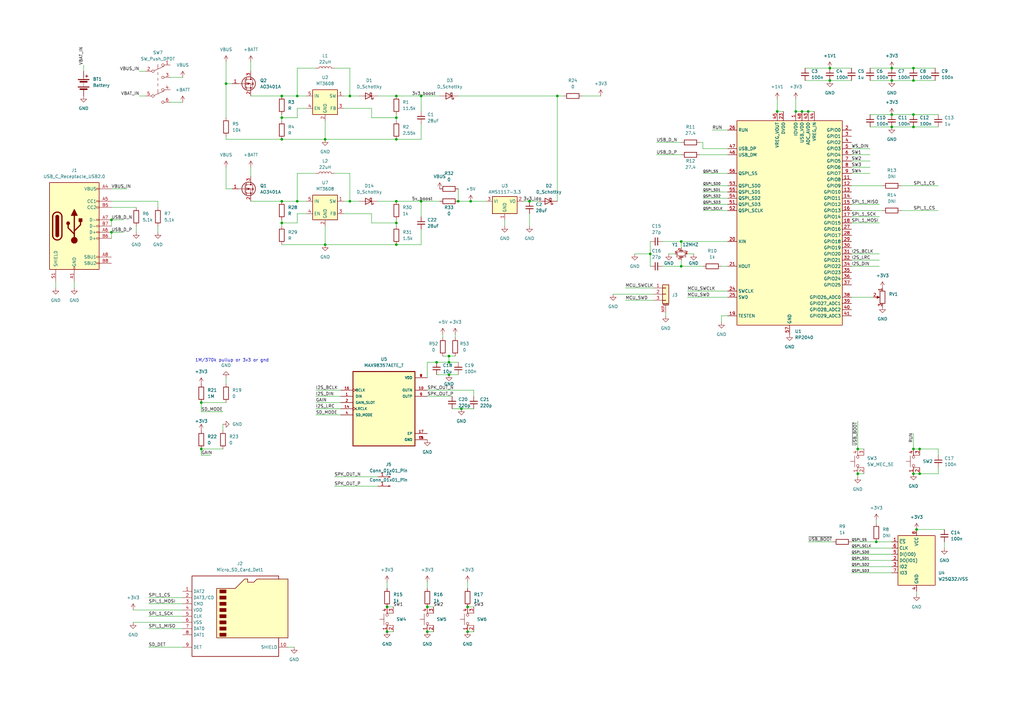
<source format=kicad_sch>
(kicad_sch (version 20230121) (generator eeschema)
  (paper "A3")
  (title_block (title "Inércia 2023 MOD player badge"))
  (junction (at 121.92 39.37))
  (junction (at 118.11 335.28))
  (junction (at 92.71 34.29))
  (junction (at 374.65 46.99))
  (junction (at 158.75 248.92))
  (junction (at 374.65 27.94))
  (junction (at 45.72 90.17))
  (junction (at 162.56 57.15))
  (junction (at 175.26 259.08))
  (junction (at 133.35 100.33))
  (junction (at 179.07 148.59))
  (junction (at 139.7 335.28))
  (junction (at 162.56 82.55))
  (junction (at 162.56 48.26))
  (junction (at 158.75 259.08))
  (junction (at 172.72 82.55))
  (junction (at 175.26 248.92))
  (junction (at 162.56 100.33))
  (junction (at 191.77 248.92))
  (junction (at 351.79 184.15))
  (junction (at 184.15 148.59))
  (junction (at 377.19 194.31))
  (junction (at 118.11 327.66))
  (junction (at 184.15 153.67))
  (junction (at 143.51 39.37))
  (junction (at 133.35 57.15))
  (junction (at 374.65 52.07))
  (junction (at 375.92 217.17))
  (junction (at 340.36 33.02))
  (junction (at 191.77 259.08))
  (junction (at 115.57 48.26))
  (junction (at 82.55 165.1))
  (junction (at 365.76 33.02))
  (junction (at 279.4 99.06))
  (junction (at 189.23 167.64))
  (junction (at 45.72 95.25))
  (junction (at 115.57 57.15))
  (junction (at 266.7 104.14))
  (junction (at 374.65 33.02))
  (junction (at 143.51 82.55))
  (junction (at 326.39 45.72))
  (junction (at 184.15 146.05))
  (junction (at 365.76 46.99))
  (junction (at 365.76 27.94))
  (junction (at 331.47 45.72))
  (junction (at 115.57 82.55))
  (junction (at 115.57 39.37))
  (junction (at 193.04 82.55))
  (junction (at 318.77 45.72))
  (junction (at 124.46 367.03))
  (junction (at 359.41 222.25))
  (junction (at 374.65 184.15))
  (junction (at 172.72 39.37))
  (junction (at 82.55 184.15))
  (junction (at 162.56 91.44))
  (junction (at 374.65 194.31))
  (junction (at 228.6 39.37))
  (junction (at 160.02 335.28))
  (junction (at 187.96 82.55))
  (junction (at 217.17 82.55))
  (junction (at 377.19 184.15))
  (junction (at 328.93 45.72))
  (junction (at 340.36 27.94))
  (junction (at 121.92 82.55))
  (junction (at 115.57 91.44))
  (junction (at 365.76 52.07))
  (junction (at 351.79 194.31))
  (junction (at 279.4 109.22))
  (junction (at 162.56 39.37))
  (wire (pts (xy 228.6 337.82) (xy 231.14 337.82)))
  (wire (pts (xy 292.1 53.34) (xy 298.45 53.34)))
  (wire (pts (xy 170.18 388.62) (xy 170.18 411.48)))
  (wire (pts (xy 330.2 33.02) (xy 340.36 33.02)))
  (wire (pts (xy 184.15 153.67) (xy 187.96 153.67)))
  (wire (pts (xy 175.26 248.92) (xy 177.8 248.92)))
  (wire (pts (xy 365.76 27.94) (xy 374.65 27.94)))
  (wire (pts (xy 129.54 170.18) (xy 139.7 170.18)))
  (wire (pts (xy 140.97 87.63) (xy 152.4 87.63)))
  (wire (pts (xy 349.25 222.25) (xy 359.41 222.25)))
  (wire (pts (xy 365.76 33.02) (xy 374.65 33.02)))
  (wire (pts (xy 189.23 167.64) (xy 194.31 167.64)))
  (wire (pts (xy 172.72 50.8) (xy 172.72 57.15)))
  (wire (pts (xy 251.46 414.02) (xy 252.73 414.02)))
  (wire (pts (xy 200.66 416.56) (xy 201.93 416.56)))
  (wire (pts (xy 179.07 153.67) (xy 184.15 153.67)))
  (wire (pts (xy 30.48 115.57) (xy 30.48 118.11)))
  (wire (pts (xy 143.51 71.12) (xy 137.16 71.12)))
  (wire (pts (xy 54.61 250.19) (xy 74.93 250.19)))
  (wire (pts (xy 121.92 44.45) (xy 125.73 44.45)))
  (wire (pts (xy 241.3 354.33) (xy 241.3 355.6)))
  (wire (pts (xy 121.92 82.55) (xy 125.73 82.55)))
  (wire (pts (xy 262.89 337.82) (xy 262.89 345.44)))
  (wire (pts (xy 200.66 436.88) (xy 201.93 436.88)))
  (wire (pts (xy 124.46 370.84) (xy 130.81 370.84)))
  (wire (pts (xy 359.41 213.36) (xy 359.41 214.63)))
  (wire (pts (xy 287.02 58.42) (xy 288.29 58.42)))
  (wire (pts (xy 92.71 77.47) (xy 95.25 77.47)))
  (wire (pts (xy 82.55 184.15) (xy 82.55 186.69)))
  (wire (pts (xy 220.98 388.62) (xy 220.98 411.48)))
  (wire (pts (xy 121.92 48.26) (xy 121.92 44.45)))
  (wire (pts (xy 60.96 247.65) (xy 74.93 247.65)))
  (wire (pts (xy 298.45 99.06) (xy 279.4 99.06)))
  (wire (pts (xy 288.29 78.74) (xy 298.45 78.74)))
  (wire (pts (xy 200.66 441.96) (xy 201.93 441.96)))
  (wire (pts (xy 375.92 242.57) (xy 375.92 243.84)))
  (wire (pts (xy 190.5 405.13) (xy 190.5 406.4)))
  (wire (pts (xy 118.11 327.66) (xy 129.54 327.66)))
  (wire (pts (xy 121.92 87.63) (xy 125.73 87.63)))
  (wire (pts (xy 374.65 184.15) (xy 377.19 184.15)))
  (wire (pts (xy 331.47 45.72) (xy 334.01 45.72)))
  (wire (pts (xy 349.25 83.82) (xy 360.68 83.82)))
  (wire (pts (xy 102.87 25.4) (xy 102.87 29.21)))
  (wire (pts (xy 91.44 173.99) (xy 91.44 176.53)))
  (wire (pts (xy 318.77 45.72) (xy 321.31 45.72)))
  (wire (pts (xy 170.18 455.93) (xy 217.17 455.93)))
  (wire (pts (xy 118.11 265.43) (xy 120.65 265.43)))
  (wire (pts (xy 129.54 160.02) (xy 139.7 160.02)))
  (wire (pts (xy 118.11 356.87) (xy 118.11 358.14)))
  (wire (pts (xy 200.66 414.02) (xy 201.93 414.02)))
  (wire (pts (xy 281.94 121.92) (xy 298.45 121.92)))
  (wire (pts (xy 69.85 31.75) (xy 74.93 31.75)))
  (wire (pts (xy 60.96 245.11) (xy 74.93 245.11)))
  (wire (pts (xy 200.66 388.62) (xy 201.93 388.62)))
  (wire (pts (xy 356.87 33.02) (xy 365.76 33.02)))
  (wire (pts (xy 252.73 441.96) (xy 252.73 444.5)))
  (wire (pts (xy 356.87 46.99) (xy 365.76 46.99)))
  (wire (pts (xy 139.7 335.28) (xy 144.78 335.28)))
  (wire (pts (xy 251.46 360.68) (xy 252.73 360.68)))
  (wire (pts (xy 60.96 265.43) (xy 74.93 265.43)))
  (wire (pts (xy 124.46 367.03) (xy 130.81 367.03)))
  (wire (pts (xy 102.87 39.37) (xy 115.57 39.37)))
  (wire (pts (xy 377.19 184.15) (xy 384.81 184.15)))
  (wire (pts (xy 64.77 92.71) (xy 64.77 95.25)))
  (wire (pts (xy 102.87 82.55) (xy 115.57 82.55)))
  (wire (pts (xy 175.26 154.94) (xy 175.26 148.59)))
  (wire (pts (xy 274.32 104.14) (xy 276.86 104.14)))
  (wire (pts (xy 162.56 39.37) (xy 172.72 39.37)))
  (wire (pts (xy 190.5 379.73) (xy 190.5 381)))
  (wire (pts (xy 172.72 100.33) (xy 162.56 100.33)))
  (wire (pts (xy 60.96 257.81) (xy 74.93 257.81)))
  (wire (pts (xy 251.46 365.76) (xy 252.73 365.76)))
  (wire (pts (xy 351.79 194.31) (xy 351.79 195.58)))
  (wire (pts (xy 172.72 39.37) (xy 172.72 45.72)))
  (wire (pts (xy 251.46 411.48) (xy 252.73 411.48)))
  (wire (pts (xy 201.93 358.14) (xy 201.93 360.68)))
  (wire (pts (xy 162.56 91.44) (xy 162.56 90.17)))
  (wire (pts (xy 251.46 340.36) (xy 252.73 340.36)))
  (wire (pts (xy 133.35 92.71) (xy 133.35 100.33)))
  (wire (pts (xy 217.17 455.93) (xy 217.17 335.28)))
  (wire (pts (xy 129.54 71.12) (xy 121.92 71.12)))
  (wire (pts (xy 241.3 354.33) (xy 248.92 354.33)))
  (wire (pts (xy 200.66 439.42) (xy 201.93 439.42)))
  (wire (pts (xy 92.71 154.94) (xy 92.71 157.48)))
  (wire (pts (xy 220.98 386.08) (xy 231.14 386.08)))
  (wire (pts (xy 273.05 129.54) (xy 273.05 128.27)))
  (wire (pts (xy 228.6 39.37) (xy 231.14 39.37)))
  (wire (pts (xy 241.3 328.93) (xy 248.92 328.93)))
  (wire (pts (xy 387.35 222.25) (xy 387.35 224.79)))
  (wire (pts (xy 241.3 328.93) (xy 241.3 330.2)))
  (wire (pts (xy 252.73 434.34) (xy 252.73 436.88)))
  (wire (pts (xy 170.18 414.02) (xy 170.18 436.88)))
  (wire (pts (xy 252.73 383.54) (xy 252.73 386.08)))
  (wire (pts (xy 251.46 363.22) (xy 252.73 363.22)))
  (wire (pts (xy 220.98 436.88) (xy 231.14 436.88)))
  (wire (pts (xy 190.5 328.93) (xy 198.12 328.93)))
  (wire (pts (xy 160.02 335.28) (xy 170.18 335.28)))
  (wire (pts (xy 374.65 52.07) (xy 384.81 52.07)))
  (wire (pts (xy 175.26 259.08) (xy 177.8 259.08)))
  (wire (pts (xy 220.98 337.82) (xy 220.98 360.68)))
  (wire (pts (xy 251.46 436.88) (xy 252.73 436.88)))
  (wire (pts (xy 134.62 335.28) (xy 139.7 335.28)))
  (wire (pts (xy 158.75 248.92) (xy 161.29 248.92)))
  (wire (pts (xy 349.25 232.41) (xy 365.76 232.41)))
  (wire (pts (xy 228.6 39.37) (xy 228.6 82.55)))
  (wire (pts (xy 118.11 367.03) (xy 124.46 367.03)))
  (wire (pts (xy 115.57 48.26) (xy 121.92 48.26)))
  (wire (pts (xy 133.35 100.33) (xy 162.56 100.33)))
  (wire (pts (xy 228.6 414.02) (xy 231.14 414.02)))
  (wire (pts (xy 190.5 328.93) (xy 190.5 330.2)))
  (wire (pts (xy 57.15 29.21) (xy 59.69 29.21)))
  (wire (pts (xy 220.98 360.68) (xy 231.14 360.68)))
  (wire (pts (xy 201.93 434.34) (xy 201.93 436.88)))
  (wire (pts (xy 201.93 441.96) (xy 201.93 444.5)))
  (wire (pts (xy 228.6 439.42) (xy 231.14 439.42)))
  (wire (pts (xy 200.66 363.22) (xy 201.93 363.22)))
  (wire (pts (xy 190.5 405.13) (xy 198.12 405.13)))
  (wire (pts (xy 238.76 39.37) (xy 246.38 39.37)))
  (wire (pts (xy 175.26 238.76) (xy 175.26 241.3)))
  (wire (pts (xy 143.51 39.37) (xy 147.32 39.37)))
  (wire (pts (xy 298.45 129.54) (xy 295.91 129.54)))
  (wire (pts (xy 177.8 439.42) (xy 180.34 439.42)))
  (wire (pts (xy 115.57 39.37) (xy 121.92 39.37)))
  (wire (pts (xy 214.63 82.55) (xy 217.17 82.55)))
  (wire (pts (xy 200.66 365.76) (xy 201.93 365.76)))
  (wire (pts (xy 251.46 386.08) (xy 252.73 386.08)))
  (wire (pts (xy 251.46 439.42) (xy 252.73 439.42)))
  (wire (pts (xy 252.73 408.94) (xy 252.73 411.48)))
  (wire (pts (xy 92.71 25.4) (xy 92.71 34.29)))
  (wire (pts (xy 200.66 337.82) (xy 201.93 337.82)))
  (wire (pts (xy 318.77 40.64) (xy 318.77 45.72)))
  (wire (pts (xy 152.4 91.44) (xy 152.4 87.63)))
  (wire (pts (xy 170.18 439.42) (xy 170.18 455.93)))
  (wire (pts (xy 251.46 120.65) (xy 267.97 120.65)))
  (wire (pts (xy 140.97 82.55) (xy 143.51 82.55)))
  (wire (pts (xy 143.51 39.37) (xy 143.51 27.94)))
  (wire (pts (xy 251.46 335.28) (xy 252.73 335.28)))
  (wire (pts (xy 162.56 48.26) (xy 162.56 46.99)))
  (wire (pts (xy 271.78 99.06) (xy 279.4 99.06)))
  (wire (pts (xy 269.24 58.42) (xy 279.4 58.42)))
  (wire (pts (xy 162.56 48.26) (xy 152.4 48.26)))
  (wire (pts (xy 326.39 45.72) (xy 328.93 45.72)))
  (wire (pts (xy 177.8 337.82) (xy 180.34 337.82)))
  (wire (pts (xy 241.3 430.53) (xy 241.3 431.8)))
  (wire (pts (xy 374.65 46.99) (xy 384.81 46.99)))
  (wire (pts (xy 374.65 27.94) (xy 383.54 27.94)))
  (wire (pts (xy 251.46 441.96) (xy 252.73 441.96)))
  (wire (pts (xy 143.51 82.55) (xy 147.32 82.55)))
  (wire (pts (xy 185.42 167.64) (xy 189.23 167.64)))
  (wire (pts (xy 269.24 63.5) (xy 279.4 63.5)))
  (wire (pts (xy 115.57 57.15) (xy 133.35 57.15)))
  (wire (pts (xy 262.89 414.02) (xy 262.89 421.64)))
  (wire (pts (xy 201.93 365.76) (xy 201.93 368.3)))
  (wire (pts (xy 190.5 430.53) (xy 198.12 430.53)))
  (wire (pts (xy 251.46 388.62) (xy 252.73 388.62)))
  (wire (pts (xy 251.46 416.56) (xy 252.73 416.56)))
  (wire (pts (xy 256.54 118.11) (xy 267.97 118.11)))
  (wire (pts (xy 124.46 356.87) (xy 124.46 358.14)))
  (wire (pts (xy 288.29 83.82) (xy 298.45 83.82)))
  (wire (pts (xy 22.86 115.57) (xy 22.86 118.11)))
  (wire (pts (xy 130.81 365.76) (xy 130.81 367.03)))
  (wire (pts (xy 152.4 335.28) (xy 160.02 335.28)))
  (wire (pts (xy 140.97 44.45) (xy 152.4 44.45)))
  (wire (pts (xy 349.25 121.92) (xy 358.14 121.92)))
  (wire (pts (xy 241.3 430.53) (xy 248.92 430.53)))
  (wire (pts (xy 201.93 408.94) (xy 201.93 411.48)))
  (wire (pts (xy 64.77 82.55) (xy 64.77 85.09)))
  (wire (pts (xy 54.61 255.27) (xy 74.93 255.27)))
  (wire (pts (xy 115.57 48.26) (xy 115.57 49.53)))
  (wire (pts (xy 45.72 82.55) (xy 64.77 82.55)))
  (wire (pts (xy 162.56 82.55) (xy 172.72 82.55)))
  (wire (pts (xy 200.66 335.28) (xy 201.93 335.28)))
  (wire (pts (xy 133.35 57.15) (xy 162.56 57.15)))
  (wire (pts (xy 60.96 252.73) (xy 74.93 252.73)))
  (wire (pts (xy 241.3 379.73) (xy 248.92 379.73)))
  (wire (pts (xy 172.72 93.98) (xy 172.72 100.33)))
  (wire (pts (xy 340.36 27.94) (xy 349.25 27.94)))
  (wire (pts (xy 200.66 386.08) (xy 201.93 386.08)))
  (wire (pts (xy 252.73 332.74) (xy 252.73 335.28)))
  (wire (pts (xy 162.56 91.44) (xy 152.4 91.44)))
  (wire (pts (xy 212.09 414.02) (xy 212.09 421.64)))
  (wire (pts (xy 349.25 63.5) (xy 356.87 63.5)))
  (wire (pts (xy 118.11 335.28) (xy 124.46 335.28)))
  (wire (pts (xy 170.18 436.88) (xy 180.34 436.88)))
  (wire (pts (xy 137.16 195.58) (xy 154.94 195.58)))
  (wire (pts (xy 162.56 48.26) (xy 162.56 49.53)))
  (wire (pts (xy 34.29 26.67) (xy 34.29 29.21)))
  (wire (pts (xy 356.87 52.07) (xy 365.76 52.07)))
  (wire (pts (xy 115.57 57.15) (xy 92.71 57.15)))
  (wire (pts (xy 241.3 405.13) (xy 241.3 406.4)))
  (wire (pts (xy 129.54 162.56) (xy 139.7 162.56)))
  (wire (pts (xy 252.73 416.56) (xy 252.73 419.1)))
  (wire (pts (xy 190.5 379.73) (xy 198.12 379.73)))
  (wire (pts (xy 251.46 337.82) (xy 252.73 337.82)))
  (wire (pts (xy 170.18 386.08) (xy 180.34 386.08)))
  (wire (pts (xy 349.25 88.9) (xy 360.68 88.9)))
  (wire (pts (xy 175.26 148.59) (xy 179.07 148.59)))
  (wire (pts (xy 118.11 365.76) (xy 118.11 367.03)))
  (wire (pts (xy 200.66 340.36) (xy 201.93 340.36)))
  (wire (pts (xy 184.15 146.05) (xy 186.69 146.05)))
  (wire (pts (xy 207.01 90.17) (xy 207.01 92.71)))
  (wire (pts (xy 82.55 165.1) (xy 92.71 165.1)))
  (wire (pts (xy 201.93 332.74) (xy 201.93 335.28)))
  (wire (pts (xy 45.72 90.17) (xy 50.8 90.17)))
  (wire (pts (xy 186.69 137.16) (xy 186.69 138.43)))
  (wire (pts (xy 172.72 39.37) (xy 180.34 39.37)))
  (wire (pts (xy 281.94 104.14) (xy 284.48 104.14)))
  (wire (pts (xy 349.25 76.2) (xy 361.95 76.2)))
  (wire (pts (xy 170.18 360.68) (xy 180.34 360.68)))
  (wire (pts (xy 288.29 71.12) (xy 298.45 71.12)))
  (wire (pts (xy 162.56 91.44) (xy 162.56 92.71)))
  (wire (pts (xy 95.25 335.28) (xy 104.14 335.28)))
  (wire (pts (xy 92.71 34.29) (xy 92.71 48.26)))
  (wire (pts (xy 252.73 358.14) (xy 252.73 360.68)))
  (wire (pts (xy 288.29 109.22) (xy 279.4 109.22)))
  (wire (pts (xy 124.46 367.03) (xy 124.46 370.84)))
  (wire (pts (xy 133.35 49.53) (xy 133.35 57.15)))
  (wire (pts (xy 374.65 33.02) (xy 383.54 33.02)))
  (wire (pts (xy 295.91 109.22) (xy 298.45 109.22)))
  (wire (pts (xy 349.25 224.79) (xy 365.76 224.79)))
  (wire (pts (xy 190.5 354.33) (xy 198.12 354.33)))
  (wire (pts (xy 256.54 123.19) (xy 267.97 123.19)))
  (wire (pts (xy 220.98 363.22) (xy 220.98 386.08)))
  (wire (pts (xy 359.41 222.25) (xy 365.76 222.25)))
  (wire (pts (xy 170.18 363.22) (xy 170.18 386.08)))
  (wire (pts (xy 349.25 71.12) (xy 356.87 71.12)))
  (wire (pts (xy 187.96 77.47) (xy 187.96 82.55)))
  (wire (pts (xy 201.93 391.16) (xy 201.93 393.7)))
  (wire (pts (xy 295.91 129.54) (xy 295.91 132.08)))
  (wire (pts (xy 57.15 39.37) (xy 59.69 39.37)))
  (wire (pts (xy 200.66 391.16) (xy 201.93 391.16)))
  (wire (pts (xy 143.51 27.94) (xy 137.16 27.94)))
  (wire (pts (xy 102.87 68.58) (xy 102.87 72.39)))
  (wire (pts (xy 143.51 82.55) (xy 143.51 71.12)))
  (wire (pts (xy 212.09 439.42) (xy 212.09 447.04)))
  (wire (pts (xy 217.17 82.55) (xy 220.98 82.55)))
  (wire (pts (xy 140.97 39.37) (xy 143.51 39.37)))
  (wire (pts (xy 115.57 100.33) (xy 133.35 100.33)))
  (wire (pts (xy 351.79 194.31) (xy 354.33 194.31)))
  (wire (pts (xy 158.75 238.76) (xy 158.75 241.3)))
  (wire (pts (xy 349.25 68.58) (xy 356.87 68.58)))
  (wire (pts (xy 170.18 337.82) (xy 170.18 360.68)))
  (wire (pts (xy 288.29 60.96) (xy 288.29 58.42)))
  (wire (pts (xy 154.94 82.55) (xy 162.56 82.55)))
  (wire (pts (xy 349.25 106.68) (xy 360.68 106.68)))
  (wire (pts (xy 129.54 27.94) (xy 121.92 27.94)))
  (wire (pts (xy 252.73 340.36) (xy 252.73 342.9)))
  (wire (pts (xy 340.36 33.02) (xy 349.25 33.02)))
  (wire (pts (xy 220.98 411.48) (xy 231.14 411.48)))
  (wire (pts (xy 184.15 148.59) (xy 187.96 148.59)))
  (wire (pts (xy 92.71 34.29) (xy 95.25 34.29)))
  (wire (pts (xy 187.96 39.37) (xy 228.6 39.37)))
  (wire (pts (xy 130.81 356.87) (xy 130.81 358.14)))
  (wire (pts (xy 374.65 194.31) (xy 377.19 194.31)))
  (wire (pts (xy 121.92 39.37) (xy 125.73 39.37)))
  (wire (pts (xy 129.54 167.64) (xy 139.7 167.64)))
  (wire (pts (xy 369.57 86.36) (xy 384.81 86.36)))
  (wire (pts (xy 377.19 194.31) (xy 384.81 194.31)))
  (wire (pts (xy 45.72 90.17) (xy 45.72 92.71)))
  (wire (pts (xy 262.89 388.62) (xy 262.89 396.24)))
  (wire (pts (xy 330.2 27.94) (xy 340.36 27.94)))
  (wire (pts (xy 45.72 95.25) (xy 45.72 97.79)))
  (wire (pts (xy 191.77 248.92) (xy 194.31 248.92)))
  (wire (pts (xy 121.92 91.44) (xy 121.92 87.63)))
  (wire (pts (xy 82.55 186.69) (xy 86.36 186.69)))
  (wire (pts (xy 111.76 335.28) (xy 118.11 335.28)))
  (wire (pts (xy 121.92 27.94) (xy 121.92 39.37)))
  (wire (pts (xy 201.93 416.56) (xy 201.93 419.1)))
  (wire (pts (xy 172.72 82.55) (xy 180.34 82.55)))
  (wire (pts (xy 266.7 99.06) (xy 266.7 104.14)))
  (wire (pts (xy 217.17 335.28) (xy 231.14 335.28)))
  (wire (pts (xy 262.89 363.22) (xy 262.89 370.84)))
  (wire (pts (xy 172.72 82.55) (xy 172.72 88.9)))
  (wire (pts (xy 288.29 81.28) (xy 298.45 81.28)))
  (wire (pts (xy 384.81 191.77) (xy 384.81 194.31)))
  (wire (pts (xy 181.61 137.16) (xy 181.61 138.43)))
  (wire (pts (xy 288.29 86.36) (xy 298.45 86.36)))
  (wire (pts (xy 179.07 148.59) (xy 184.15 148.59)))
  (wire (pts (xy 349.25 60.96) (xy 356.87 60.96)))
  (wire (pts (xy 45.72 77.47) (xy 52.07 77.47)))
  (wire (pts (xy 365.76 46.99) (xy 374.65 46.99)))
  (wire (pts (xy 152.4 48.26) (xy 152.4 44.45)))
  (wire (pts (xy 115.57 90.17) (xy 115.57 91.44)))
  (wire (pts (xy 349.25 234.95) (xy 365.76 234.95)))
  (wire (pts (xy 212.09 337.82) (xy 212.09 345.44)))
  (wire (pts (xy 124.46 365.76) (xy 124.46 367.03)))
  (wire (pts (xy 200.66 411.48) (xy 201.93 411.48)))
  (wire (pts (xy 118.11 323.85) (xy 118.11 327.66)))
  (wire (pts (xy 212.09 363.22) (xy 212.09 370.84)))
  (wire (pts (xy 351.79 172.72) (xy 351.79 184.15)))
  (wire (pts (xy 187.96 82.55) (xy 193.04 82.55)))
  (wire (pts (xy 328.93 45.72) (xy 331.47 45.72)))
  (wire (pts (xy 228.6 363.22) (xy 231.14 363.22)))
  (wire (pts (xy 45.72 85.09) (xy 55.88 85.09)))
  (wire (pts (xy 384.81 184.15) (xy 384.81 186.69)))
  (wire (pts (xy 177.8 414.02) (xy 180.34 414.02)))
  (wire (pts (xy 115.57 46.99) (xy 115.57 48.26)))
  (wire (pts (xy 241.3 405.13) (xy 248.92 405.13)))
  (wire (pts (xy 177.8 388.62) (xy 180.34 388.62)))
  (wire (pts (xy 175.26 160.02) (xy 194.31 160.02)))
  (wire (pts (xy 288.29 76.2) (xy 298.45 76.2)))
  (wire (pts (xy 82.55 168.91) (xy 91.44 168.91)))
  (wire (pts (xy 200.66 360.68) (xy 201.93 360.68)))
  (wire (pts (xy 349.25 227.33) (xy 365.76 227.33)))
  (wire (pts (xy 365.76 52.07) (xy 374.65 52.07)))
  (wire (pts (xy 201.93 383.54) (xy 201.93 386.08)))
  (wire (pts (xy 326.39 40.64) (xy 326.39 45.72)))
  (wire (pts (xy 369.57 76.2) (xy 384.81 76.2)))
  (wire (pts (xy 115.57 82.55) (xy 121.92 82.55)))
  (wire (pts (xy 220.98 414.02) (xy 220.98 436.88)))
  (wire (pts (xy 271.78 109.22) (xy 279.4 109.22)))
  (wire (pts (xy 349.25 66.04) (xy 356.87 66.04)))
  (wire (pts (xy 287.02 63.5) (xy 298.45 63.5)))
  (wire (pts (xy 356.87 27.94) (xy 365.76 27.94)))
  (wire (pts (xy 201.93 340.36) (xy 201.93 342.9)))
  (wire (pts (xy 82.55 184.15) (xy 91.44 184.15)))
  (wire (pts (xy 260.35 104.14) (xy 266.7 104.14)))
  (wire (pts (xy 181.61 146.05) (xy 184.15 146.05)))
  (wire (pts (xy 82.55 165.1) (xy 82.55 168.91)))
  (wire (pts (xy 158.75 259.08) (xy 161.29 259.08)))
  (wire (pts (xy 349.25 229.87) (xy 365.76 229.87)))
  (wire (pts (xy 137.16 199.39) (xy 154.94 199.39)))
  (wire (pts (xy 69.85 41.91) (xy 74.93 41.91)))
  (wire (pts (xy 351.79 184.15) (xy 354.33 184.15)))
  (wire (pts (xy 262.89 439.42) (xy 262.89 447.04)))
  (wire (pts (xy 331.47 222.25) (xy 341.63 222.25)))
  (wire (pts (xy 349.25 86.36) (xy 361.95 86.36)))
  (wire (pts (xy 191.77 238.76) (xy 191.77 241.3)))
  (wire (pts (xy 298.45 60.96) (xy 288.29 60.96)))
  (wire (pts (xy 349.25 91.44) (xy 360.68 91.44)))
  (wire (pts (xy 154.94 39.37) (xy 162.56 39.37)))
  (wire (pts (xy 190.5 430.53) (xy 190.5 431.8)))
  (wire (pts (xy 177.8 335.28) (xy 180.34 335.28)))
  (wire (pts (xy 193.04 82.55) (xy 199.39 82.55)))
  (wire (pts (xy 266.7 104.14) (xy 266.7 109.22)))
  (wire (pts (xy 129.54 165.1) (xy 139.7 165.1)))
  (wire (pts (xy 172.72 57.15) (xy 162.56 57.15)))
  (wire (pts (xy 55.88 92.71) (xy 55.88 95.25)))
  (wire (pts (xy 241.3 379.73) (xy 241.3 381)))
  (wire (pts (xy 217.17 87.63) (xy 217.17 92.71)))
  (wire (pts (xy 115.57 91.44) (xy 121.92 91.44)))
  (wire (pts (xy 252.73 365.76) (xy 252.73 368.3)))
  (wire (pts (xy 45.72 95.25) (xy 50.8 95.25)))
  (wire (pts (xy 279.4 99.06) (xy 279.4 101.6)))
  (wire (pts (xy 252.73 391.16) (xy 252.73 393.7)))
  (wire (pts (xy 375.92 217.17) (xy 387.35 217.17)))
  (wire (pts (xy 349.25 104.14) (xy 360.68 104.14)))
  (wire (pts (xy 191.77 259.08) (xy 194.31 259.08)))
  (wire (pts (xy 281.94 119.38) (xy 298.45 119.38)))
  (wire (pts (xy 374.65 177.8) (xy 374.65 184.15)))
  (wire (pts (xy 175.26 162.56) (xy 185.42 162.56)))
  (wire (pts (xy 228.6 388.62) (xy 231.14 388.62)))
  (wire (pts (xy 212.09 388.62) (xy 212.09 396.24)))
  (wire (pts (xy 92.71 55.88) (xy 92.71 57.15)))
  (wire (pts (xy 251.46 391.16) (xy 252.73 391.16)))
  (wire (pts (xy 194.31 162.56) (xy 194.31 160.02)))
  (wire (pts (xy 190.5 354.33) (xy 190.5 355.6)))
  (wire (pts (xy 184.15 146.05) (xy 184.15 148.59)))
  (wire (pts (xy 92.71 68.58) (xy 92.71 77.47)))
  (wire (pts (xy 170.18 411.48) (xy 180.34 411.48)))
  (wire (pts (xy 279.4 106.68) (xy 279.4 109.22)))
  (wire (pts (xy 121.92 71.12) (xy 121.92 82.55)))
  (wire (pts (xy 115.57 91.44) (xy 115.57 92.71)))
  (wire (pts (xy 177.8 363.22) (xy 180.34 363.22)))
  (wire (pts (xy 349.25 109.22) (xy 360.68 109.22)))
  (text "1M/370k pullup or 3v3 or gnd\n" (at 80.01 148.59 0) (effects (font (size 1.27 1.27)) (justify left bottom)))
  (label "SW2" (at 349.25 66.04 0))
  (label "VBAT_IN" (at 57.15 39.37 180))
  (label "VBAT_IN" (at 34.29 26.67 90))
  (label "I2S_DIN" (at 129.54 162.56 0))
  (label "3v3_boost" (at 168.91 39.37 0))
  (label "QSPI_SCLK" (at 288.29 86.36 0) (effects (font (size 1 1))))
  (label "SPK_OUT_P" (at 137.16 199.39 0))
  (label "SPI_1_CS" (at 374.65 86.36 0))
  (label "SPI_1_MISO" (at 60.96 257.81 0))
  (label "USB_D_P" (at 269.24 63.5 0))
  (label "SW4" (at 349.25 71.12 0))
  (label "QSPI_SCLK" (at 349.25 224.79 0) (effects (font (size 1 1))))
  (label "USB_D_N" (at 269.24 58.42 0))
  (label "SPI_1_CS" (at 60.96 245.11 0))
  (label "QSPI_SD0" (at 288.29 76.2 0) (effects (font (size 1 1))))
  (label "LED_PWR" (at 241.3 354.33 0))
  (label "5v_boost" (at 168.91 82.55 0))
  (label "RUN" (at 292.1 53.34 0))
  (label "MCU_SWCLK" (at 281.94 119.38 0))
  (label "SPI_1_MOSI" (at 349.25 91.44 0))
  (label "MCU_SWD" (at 281.94 121.92 0))
  (label "QSPI_SD3" (at 349.25 234.95 0) (effects (font (size 1 1))))
  (label "LED_PWR" (at 190.5 405.13 0))
  (label "GAIN" (at 82.55 186.69 0))
  (label "SD_MODE" (at 129.54 170.18 0))
  (label "SPK_OUT_N" (at 137.16 195.58 0))
  (label "SPI_1_MISO" (at 349.25 83.82 0))
  (label "LED_PWR" (at 241.3 430.53 0))
  (label "SPI_1_SCK" (at 60.96 252.73 0))
  (label "SW3" (at 194.31 248.92 0))
  (label "QSPI_SD1" (at 288.29 78.74 0) (effects (font (size 1 1))))
  (label "SPI_1_CS" (at 374.65 76.2 0))
  (label "QSPI_SD2" (at 288.29 81.28 0) (effects (font (size 1 1))))
  (label "MCU_SWCLK" (at 256.54 118.11 0))
  (label "SW3" (at 349.25 68.58 0))
  (label "LED_PWR" (at 241.3 405.13 0))
  (label "RUN" (at 374.65 181.61 90))
  (label "QSPI_SS" (at 288.29 71.12 0) (effects (font (size 1 1))))
  (label "LED_PWR" (at 190.5 328.93 0))
  (label "QSPI_SD1" (at 349.25 229.87 0) (effects (font (size 1 1))))
  (label "USB_D_P" (at 45.72 95.25 0))
  (label "I2S_DIN" (at 349.25 109.22 0))
  (label "SPK_OUT_P" (at 175.26 162.56 0))
  (label "SW1" (at 349.25 63.5 0))
  (label "I2S_BCLK" (at 129.54 160.02 0))
  (label "SPI_1_MOSI" (at 60.96 247.65 0))
  (label "LED_PWR" (at 241.3 379.73 0))
  (label "QSPI_SD3" (at 288.29 83.82 0) (effects (font (size 1 1))))
  (label "GAIN" (at 129.54 165.1 0))
  (label "LED_PWR" (at 190.5 379.73 0))
  (label "LED_PWR" (at 124.46 370.84 0))
  (label "SPI_1_SCK" (at 349.25 88.9 0))
  (label "WS_DIN" (at 95.25 335.28 0))
  (label "SPK_OUT_N" (at 175.26 160.02 0))
  (label "3v3_ldo" (at 214.63 82.55 0))
  (label "I2S_LRC" (at 349.25 106.68 0))
  (label "5v_boost" (at 118.11 356.87 90))
  (label "SD_MODE" (at 82.55 168.91 0))
  (label "I2S_LRC" (at 129.54 167.64 0))
  (label "SW2" (at 177.8 248.92 0))
  (label "SW1" (at 161.29 248.92 0))
  (label "SD_DET" (at 60.96 265.43 0))
  (label "~{USB_BOOT}" (at 331.47 222.25 0))
  (label "WS_DIN" (at 160.02 327.66 90))
  (label "QSPI_SS" (at 349.25 222.25 0) (effects (font (size 1 1))))
  (label "VBUS_IN" (at 57.15 29.21 180))
  (label "I2S_BCLK" (at 349.25 104.14 0))
  (label "QSPI_SD2" (at 349.25 232.41 0) (effects (font (size 1 1))))
  (label "LED_PWR" (at 190.5 354.33 0))
  (label "MCU_SWD" (at 256.54 123.19 0))
  (label "QSPI_SD0" (at 349.25 227.33 0) (effects (font (size 1 1))))
  (label "VBUS_IN" (at 45.72 77.47 0))
  (label "USB_D_N" (at 45.72 90.17 0))
  (label "LED_PWR" (at 190.5 430.53 0))
  (label "WS_DIN" (at 349.25 60.96 0))
  (label "~{USB_BOOT}" (at 351.79 182.88 90))
  (label "LED_PWR" (at 241.3 328.93 0))
  (symbol (lib_id "power:GND") (at 251.46 120.65 0) (unit 1)
    (property "Reference" "#PWR030" (effects hide))
    (property "Value" "GND" (at 251.46 125.73 0))
  )
  (symbol (lib_id "power:+5V") (at 130.81 356.87 0) (unit 1)
    (property "Reference" "#PWR062" (effects hide))
    (property "Value" "+5V" (at 130.81 351.79 0))
  )
  (symbol (lib_id "power:+3V3") (at 186.69 137.16 0) (unit 1)
    (property "Reference" "#PWR051" (effects hide))
    (property "Value" "+3V3" (at 186.69 132.08 0))
  )
  (symbol (lib_id "Device:LED_ABGR") (at 207.01 439.42 0) (unit 1)
    (property "Reference" "D8" (at 204.7624 426.6747 0) (effects (justify right)))
    (property "Value" "LED_ABGR" (at 211.1124 429.2147 0) (effects (justify right)))
    (property "Footprint" "LED_SMD:LED_RGB_Everlight_EASV3015RGBA0_Horizontal" (effects hide))
  )
  (symbol (lib_id "power:GND") (at 323.85 137.16 0) (unit 1)
    (property "Reference" "#PWR029" (effects hide))
    (property "Value" "GND" (at 323.85 142.24 0))
  )
  (symbol (lib_id "power:GND") (at 190.5 345.44 0) (unit 1)
    (property "Reference" "#PWR058" (effects hide))
    (property "Value" "GND" (at 190.5 350.52 0))
  )
  (symbol (lib_id "power:GND") (at 262.89 370.84 0) (unit 1)
    (property "Reference" "#PWR078" (effects hide))
    (property "Value" "GND" (at 262.89 375.92 0))
  )
  (symbol (lib_id "power:GND") (at 241.3 447.04 0) (unit 1)
    (property "Reference" "#PWR076" (effects hide))
    (property "Value" "GND" (at 241.3 452.12 0))
  )
  (symbol (lib_id "power:+3V3") (at 365.76 46.99 0) (unit 1)
    (property "Reference" "#PWR019" (effects hide))
    (property "Value" "+3V3" (at 365.76 41.91 0))
  )
  (symbol (lib_id "Simulation_SPICE:NMOS") (at 129.54 332.74 270) (unit 1)
    (property "Reference" "Q3" (at 129.54 339.09 90))
    (property "Value" "NMOS" (at 129.54 341.63 90))
    (property "Footprint" "Package_TO_SOT_SMD:SOT-23" (effects hide))
    (property "Datasheet" "https://ngspice.sourceforge.io/docs/ngspice-manual.pdf" (effects hide))
    (property "Sim.Device" "NMOS" (effects hide))
    (property "Sim.Type" "VDMOS" (effects hide))
    (property "Sim.Pins" "1=D 2=G 3=S" (effects hide))
  )
  (symbol (lib_id "Memory_Flash:W25Q32JVSS") (at 375.92 229.87 0) (unit 1)
    (property "Reference" "U4" (at 384.81 234.95 0) (effects (justify left)))
    (property "Value" "W25Q32JVSS" (at 384.81 237.49 0) (effects (justify left)))
    (property "Footprint" "Package_SO:SOIC-8_5.23x5.23mm_P1.27mm" (effects hide))
    (property "Datasheet" "http://www.winbond.com/resource-files/w25q32jv%20revg%2003272018%20plus.pdf" (effects hide))
  )
  (symbol (lib_id "power:GND") (at 175.26 180.34 0) (unit 1)
    (property "Reference" "#PWR048" (effects hide))
    (property "Value" "GND" (at 175.26 185.42 0))
  )
  (symbol (lib_id "Device:R") (at 173.99 337.82 270) (unit 1)
    (property "Reference" "R26" (at 173.99 331.47 90))
    (property "Value" "33" (at 173.99 334.01 90))
    (property "Footprint" "Resistor_SMD:R_0603_1608Metric" (effects hide))
  )
  (symbol (lib_id "power:+5V") (at 193.04 82.55 0) (unit 1)
    (property "Reference" "#PWR082" (effects hide))
    (property "Value" "+5V" (at 193.04 77.47 0))
  )
  (symbol (lib_id "power:GND") (at 190.5 421.64 0) (unit 1)
    (property "Reference" "#PWR068" (effects hide))
    (property "Value" "GND" (at 190.5 426.72 0))
  )
  (symbol (lib_id "power:+BATT") (at 74.93 41.91 0) (unit 1)
    (property "Reference" "#PWR056" (effects hide))
    (property "Value" "+BATT" (at 74.93 36.83 0))
  )
  (symbol (lib_id "Device:C_Small") (at 217.17 85.09 0) (unit 1)
    (property "Reference" "C2" (at 219.71 83.8263 0) (effects (justify left)))
    (property "Value" "28uF" (at 219.71 86.3663 0) (effects (justify left)))
    (property "Footprint" "Capacitor_SMD:C_0603_1608Metric" (effects hide))
  )
  (symbol (lib_id "power:VBUS") (at 180.34 77.47 0) (unit 1)
    (property "Reference" "#PWR05" (effects hide))
    (property "Value" "VBUS" (at 180.34 72.39 0))
  )
  (symbol (lib_id "Device:LED_ABGR") (at 207.01 363.22 0) (unit 1)
    (property "Reference" "D5" (at 204.7624 350.4747 0) (effects (justify right)))
    (property "Value" "LED_ABGR" (at 211.1124 353.0147 0) (effects (justify right)))
    (property "Footprint" "LED_SMD:LED_RGB_Everlight_EASV3015RGBA0_Horizontal" (effects hide))
  )
  (symbol (lib_id "Device:R") (at 234.95 39.37 90) (unit 1)
    (property "Reference" "R24" (at 234.95 33.02 90))
    (property "Value" "0" (at 234.95 35.56 90))
    (property "Footprint" "Resistor_SMD:R_0603_1608Metric" (effects hide))
  )
  (symbol (lib_id "Device:R") (at 365.76 86.36 90) (unit 1)
    (property "Reference" "R14" (at 365.76 80.01 90))
    (property "Value" "DNI" (at 365.76 82.55 90))
    (property "Footprint" "Resistor_SMD:R_0603_1608Metric" (effects hide))
  )
  (symbol (lib_id "Device:R") (at 173.99 439.42 270) (unit 1)
    (property "Reference" "R40" (at 173.99 441.96 90))
    (property "Value" "33" (at 173.99 444.5 90))
    (property "Footprint" "Resistor_SMD:R_0603_1608Metric" (effects hide))
  )
  (symbol (lib_id "power:+5V") (at 139.7 327.66 0) (unit 1)
    (property "Reference" "#PWR083" (effects hide))
    (property "Value" "+5V" (at 139.7 322.58 0))
  )
  (symbol (lib_id "Device:R") (at 175.26 245.11 180) (unit 1)
    (property "Reference" "R16" (at 177.8 243.84 0) (effects (justify right)))
    (property "Value" "1k" (at 177.8 246.38 0) (effects (justify right)))
    (property "Footprint" "Resistor_SMD:R_0603_1608Metric" (effects hide))
  )
  (symbol (lib_id "Device:C_Small") (at 172.72 91.44 0) (unit 1)
    (property "Reference" "C22" (at 175.26 90.1763 0) (effects (justify left)))
    (property "Value" "28uF" (at 175.26 92.7163 0) (effects (justify left)))
    (property "Footprint" "Capacitor_SMD:C_0603_1608Metric" (effects hide))
  )
  (symbol (lib_id "Device:Crystal_GND24_Small") (at 279.4 104.14 90) (unit 1)
    (property "Reference" "Y1" (at 276.86 100.33 90))
    (property "Value" "12MHZ" (at 283.21 100.33 90))
    (property "Footprint" "Crystal:Crystal_SMD_3225-4Pin_3.2x2.5mm" (effects hide))
  )
  (symbol (lib_id "power:+3V3") (at 359.41 213.36 0) (unit 1)
    (property "Reference" "#PWR023" (effects hide))
    (property "Value" "+3V3" (at 359.41 208.28 0))
  )
  (symbol (lib_id "power:GND") (at 295.91 132.08 0) (unit 1)
    (property "Reference" "#PWR028" (effects hide))
    (property "Value" "GND" (at 295.91 137.16 0))
  )
  (symbol (lib_id "Device:C_Small") (at 269.24 109.22 90) (unit 1)
    (property "Reference" "C16" (at 269.2463 102.87 90))
    (property "Value" "27p" (at 269.2463 105.41 90))
    (property "Footprint" "Capacitor_SMD:C_0603_1608Metric" (effects hide))
  )
  (symbol (lib_id "power:GND") (at 262.89 421.64 0) (unit 1)
    (property "Reference" "#PWR080" (effects hide))
    (property "Value" "GND" (at 262.89 426.72 0))
  )
  (symbol (lib_id "power:+1V1") (at 340.36 27.94 0) (unit 1)
    (property "Reference" "#PWR013" (effects hide))
    (property "Value" "+1V1" (at 340.36 22.86 0))
  )
  (symbol (lib_id "Device:R") (at 224.79 414.02 270) (unit 1)
    (property "Reference" "R45" (at 224.79 416.56 90))
    (property "Value" "33" (at 224.79 419.1 90))
    (property "Footprint" "Resistor_SMD:R_0603_1608Metric" (effects hide))
  )
  (symbol (lib_id "Device:R") (at 91.44 180.34 0) (unit 1)
    (property "Reference" "R23" (at 93.98 179.07 0) (effects (justify left)))
    (property "Value" "0" (at 93.98 181.61 0) (effects (justify left)))
    (property "Footprint" "Resistor_SMD:R_0603_1608Metric" (effects hide))
  )
  (symbol (lib_id "Driver_LED:WS2811") (at 241.3 363.22 0) (unit 1)
    (property "Reference" "U13" (at 243.4941 370.84 0) (effects (justify left)))
    (property "Value" "WS2811" (at 243.4941 373.38 0) (effects (justify left)))
    (property "Footprint" "Package_TO_SOT_SMD:SOT-23-8" (effects hide))
    (property "Datasheet" "https://cdn-shop.adafruit.com/datasheets/WS2811.pdf" (effects hide))
  )
  (symbol (lib_id "Device:LED_ABGR") (at 257.81 363.22 0) (unit 1)
    (property "Reference" "D10" (at 255.5624 350.4747 0) (effects (justify right)))
    (property "Value" "LED_ABGR" (at 261.9124 353.0147 0) (effects (justify right)))
    (property "Footprint" "LED_SMD:LED_RGB_Everlight_EASV3015RGBA0_Horizontal" (effects hide))
  )
  (symbol (lib_id "Device:C_Small") (at 356.87 49.53 0) (unit 1)
    (property "Reference" "C10" (at 359.41 48.2663 0) (effects (justify left)))
    (property "Value" "100n" (at 359.41 50.8063 0) (effects (justify left)))
    (property "Footprint" "Capacitor_SMD:C_0603_1608Metric" (effects hide))
  )
  (symbol (lib_id "power:VBUS") (at 92.71 68.58 0) (unit 1)
    (property "Reference" "#PWR059" (effects hide))
    (property "Value" "VBUS" (at 92.71 63.5 0))
  )
  (symbol (lib_id "Device:R") (at 283.21 63.5 90) (unit 1)
    (property "Reference" "R12" (at 283.21 66.04 90))
    (property "Value" "27.4" (at 283.21 68.58 90))
    (property "Footprint" "Resistor_SMD:R_0402_1005Metric" (effects hide))
  )
  (symbol (lib_id "power:GND") (at 55.88 95.25 0) (unit 1)
    (property "Reference" "#PWR09" (effects hide))
    (property "Value" "GND" (at 55.88 100.33 0))
  )
  (symbol (lib_id "power:GND") (at 191.77 259.08 0) (unit 1)
    (property "Reference" "#PWR041" (effects hide))
    (property "Value" "GND" (at 191.77 264.16 0))
  )
  (symbol (lib_id "power:GND") (at 273.05 129.54 0) (unit 1)
    (property "Reference" "#PWR031" (effects hide))
    (property "Value" "GND" (at 273.05 134.62 0))
  )
  (symbol (lib_id "power:GND") (at 387.35 224.79 0) (unit 1)
    (property "Reference" "#PWR021" (effects hide))
    (property "Value" "GND" (at 387.35 229.87 0))
  )
  (symbol (lib_id "power:GND") (at 133.35 57.15 0) (unit 1)
    (property "Reference" "#PWR01" (effects hide))
    (property "Value" "GND" (at 133.35 62.23 0))
  )
  (symbol (lib_id "power:GND") (at 241.3 396.24 0) (unit 1)
    (property "Reference" "#PWR074" (effects hide))
    (property "Value" "GND" (at 241.3 401.32 0))
  )
  (symbol (lib_id "Device:R") (at 359.41 218.44 0) (unit 1)
    (property "Reference" "R8" (at 361.95 217.17 0) (effects (justify left)))
    (property "Value" "DNI" (at 361.95 219.71 0) (effects (justify left)))
    (property "Footprint" "Resistor_SMD:R_0603_1608Metric" (effects hide))
  )
  (symbol (lib_id "Device:R") (at 345.44 222.25 90) (unit 1)
    (property "Reference" "R9" (at 345.44 215.9 90))
    (property "Value" "1k" (at 345.44 218.44 90))
    (property "Footprint" "Resistor_SMD:R_0603_1608Metric" (effects hide))
  )
  (symbol (lib_id "Device:C_Small") (at 384.81 189.23 0) (unit 1)
    (property "Reference" "C17" (at 387.35 187.9663 0) (effects (justify left)))
    (property "Value" "100n" (at 387.35 190.5063 0) (effects (justify left)))
    (property "Footprint" "Capacitor_SMD:C_0603_1608Metric" (effects hide))
  )
  (symbol (lib_id "Regulator_Switching:MT3608") (at 133.35 85.09 0) (unit 1)
    (property "Reference" "U7" (at 133.35 74.93 0))
    (property "Value" "MT3608" (at 133.35 77.47 0))
    (property "Footprint" "Package_TO_SOT_SMD:SOT-23-6" (effects hide))
    (property "Datasheet" "https://www.olimex.com/Products/Breadboarding/BB-PWR-3608/resources/MT3608.pdf" (effects hide))
  )
  (symbol (lib_id "Device:R") (at 115.57 43.18 0) (unit 1)
    (property "Reference" "R3" (at 118.11 41.91 0) (effects (justify left)))
    (property "Value" "R" (at 118.11 44.45 0) (effects (justify left)))
    (property "Footprint" "Resistor_SMD:R_0603_1608Metric" (effects hide))
  )
  (symbol (lib_id "power:GND") (at 120.65 265.43 0) (unit 1)
    (property "Reference" "#PWR036" (effects hide))
    (property "Value" "GND" (at 120.65 270.51 0))
  )
  (symbol (lib_id "Device:R") (at 82.55 161.29 0) (unit 1)
    (property "Reference" "R21" (at 85.09 160.02 0) (effects (justify left)))
    (property "Value" "1M" (at 85.09 162.56 0) (effects (justify left)))
    (property "Footprint" "Resistor_SMD:R_0603_1608Metric" (effects hide))
  )
  (symbol (lib_id "Switch:SW_MEC_5E") (at 161.29 254 90) (unit 1)
    (property "Reference" "SW4" (at 162.56 254 90) (effects (justify right)))
    (property "Value" "SW_MEC_5E" (effects hide))
    (property "Footprint" "mod:SW_SKRPACE010" (effects hide))
    (property "Datasheet" "http://www.apem.com/int/index.php?controller=attachment&id_attachment=1371" (effects hide))
  )
  (symbol (lib_id "power:GND") (at 351.79 195.58 0) (unit 1)
    (property "Reference" "#PWR032" (effects hide))
    (property "Value" "GND" (at 351.79 200.66 0))
  )
  (symbol (lib_id "MCU_RaspberryPi:RP2040") (at 323.85 91.44 0) (unit 1)
    (property "Reference" "U1" (at 326.0441 135.89 0) (effects (justify left)))
    (property "Value" "RP2040" (at 326.0441 138.43 0) (effects (justify left)))
    (property "Footprint" "Package_DFN_QFN:QFN-56-1EP_7x7mm_P0.4mm_EP3.2x3.2mm" (effects hide))
    (property "Datasheet" "https://datasheets.raspberrypi.com/rp2040/rp2040-datasheet.pdf" (effects hide))
  )
  (symbol (lib_id "power:GND") (at 260.35 104.14 0) (unit 1)
    (property "Reference" "#PWR025" (effects hide))
    (property "Value" "GND" (at 260.35 109.22 0))
  )
  (symbol (lib_id "Device:R") (at 162.56 53.34 0) (unit 1)
    (property "Reference" "R2" (at 165.1 52.07 0) (effects (justify left)))
    (property "Value" "2.55k" (at 165.1 54.61 0) (effects (justify left)))
    (property "Footprint" "Resistor_SMD:R_0603_1608Metric" (effects hide))
  )
  (symbol (lib_id "Device:D_Schottky") (at 151.13 82.55 180) (unit 1)
    (property "Reference" "D14" (at 151.4475 76.2 0))
    (property "Value" "D_Schottky" (at 151.4475 78.74 0))
    (property "Footprint" "Diode_SMD:D_SOD-123" (effects hide))
  )
  (symbol (lib_id "Device:LED_ABGR") (at 207.01 414.02 0) (unit 1)
    (property "Reference" "D7" (at 204.7624 401.2747 0) (effects (justify right)))
    (property "Value" "LED_ABGR" (at 211.1124 403.8147 0) (effects (justify right)))
    (property "Footprint" "LED_SMD:LED_RGB_Everlight_EASV3015RGBA0_Horizontal" (effects hide))
  )
  (symbol (lib_id "Device:C_Small") (at 349.25 30.48 0) (unit 1)
    (property "Reference" "C5" (at 351.79 29.2163 0) (effects (justify left)))
    (property "Value" "1u" (at 351.79 31.7563 0) (effects (justify left)))
    (property "Footprint" "Capacitor_SMD:C_0603_1608Metric" (effects hide))
  )
  (symbol (lib_id "power:GND") (at 340.36 33.02 0) (unit 1)
    (property "Reference" "#PWR014" (effects hide))
    (property "Value" "GND" (at 340.36 38.1 0))
  )
  (symbol (lib_id "power:GND") (at 241.3 421.64 0) (unit 1)
    (property "Reference" "#PWR075" (effects hide))
    (property "Value" "GND" (at 241.3 426.72 0))
  )
  (symbol (lib_id "Connector:Conn_01x01_Pin") (at 160.02 195.58 180) (unit 1)
    (property "Reference" "J5" (at 159.385 190.5 0))
    (property "Value" "Conn_01x01_Pin" (at 159.385 193.04 0))
    (property "Footprint" "TestPoint:TestPoint_Keystone_5019_Minature" (effects hide))
  )
  (symbol (lib_id "power:GND") (at 212.09 370.84 0) (unit 1)
    (property "Reference" "#PWR065" (effects hide))
    (property "Value" "GND" (at 212.09 375.92 0))
  )
  (symbol (lib_id "Connector_Generic_MountingPin:Conn_01x03_MountingPin") (at 273.05 120.65 0) (unit 1)
    (property "Reference" "J3" (at 275.59 121.0056 0) (effects (justify left)))
    (property "Value" "Conn_01x03_MountingPin" (effects hide))
    (property "Footprint" "Connector_JST:JST_SH_BM03B-SRSS-TB_1x03-1MP_P1.00mm_Vertical" (effects hide))
  )
  (symbol (lib_id "Device:C_Small") (at 356.87 30.48 0) (unit 1)
    (property "Reference" "C6" (at 359.41 29.2163 0) (effects (justify left)))
    (property "Value" "100n" (at 359.41 31.7563 0) (effects (justify left)))
    (property "Footprint" "Capacitor_SMD:C_0603_1608Metric" (effects hide))
  )
  (symbol (lib_id "Device:R") (at 115.57 53.34 0) (unit 1)
    (property "Reference" "R4" (at 118.11 52.07 0) (effects (justify left)))
    (property "Value" "R" (at 118.11 54.61 0) (effects (justify left)))
    (property "Footprint" "Resistor_SMD:R_0603_1608Metric" (effects hide))
  )
  (symbol (lib_id "Device:C_Small") (at 365.76 30.48 0) (unit 1)
    (property "Reference" "C7" (at 368.3 29.2163 0) (effects (justify left)))
    (property "Value" "100n" (at 368.3 31.7563 0) (effects (justify left)))
    (property "Footprint" "Capacitor_SMD:C_0603_1608Metric" (effects hide))
  )
  (symbol (lib_id "Device:R") (at 148.59 335.28 270) (unit 1)
    (property "Reference" "R48" (at 148.59 330.2 90))
    (property "Value" "0" (at 148.59 332.74 90))
    (property "Footprint" "Resistor_SMD:R_0603_1608Metric" (effects hide))
  )
  (symbol (lib_id "Device:R") (at 173.99 363.22 270) (unit 1)
    (property "Reference" "R38" (at 173.99 365.76 90))
    (property "Value" "33" (at 173.99 368.3 90))
    (property "Footprint" "Resistor_SMD:R_0603_1608Metric" (effects hide))
  )
  (symbol (lib_id "Regulator_Switching:MT3608") (at 133.35 41.91 0) (unit 1)
    (property "Reference" "U2" (at 133.35 31.75 0))
    (property "Value" "MT3608" (at 133.35 34.29 0))
    (property "Footprint" "Package_TO_SOT_SMD:SOT-23-6" (effects hide))
    (property "Datasheet" "https://www.olimex.com/Products/Breadboarding/BB-PWR-3608/resources/MT3608.pdf" (effects hide))
  )
  (symbol (lib_id "power:GND") (at 158.75 259.08 0) (unit 1)
    (property "Reference" "#PWR039" (effects hide))
    (property "Value" "GND" (at 158.75 264.16 0))
  )
  (symbol (lib_id "Device:R") (at 283.21 58.42 90) (unit 1)
    (property "Reference" "R11" (at 283.21 52.07 90))
    (property "Value" "27.4" (at 283.21 54.61 90))
    (property "Footprint" "Resistor_SMD:R_0402_1005Metric" (effects hide))
  )
  (symbol (lib_id "Device:D_Schottky") (at 151.13 39.37 180) (unit 1)
    (property "Reference" "D1" (at 151.4475 33.02 0))
    (property "Value" "D_Schottky" (at 151.4475 35.56 0))
    (property "Footprint" "Diode_SMD:D_SOD-123" (effects hide))
  )
  (symbol (lib_id "power:+3V3") (at 246.38 39.37 0) (unit 1)
    (property "Reference" "#PWR08" (effects hide))
    (property "Value" "+3V3" (at 246.38 34.29 0))
  )
  (symbol (lib_id "power:GND") (at 284.48 104.14 0) (unit 1)
    (property "Reference" "#PWR027" (effects hide))
    (property "Value" "GND" (at 284.48 107.95 0))
  )
  (symbol (lib_id "Device:C_Small") (at 374.65 30.48 0) (unit 1)
    (property "Reference" "C8" (at 377.19 29.2163 0) (effects (justify left)))
    (property "Value" "100n" (at 377.19 31.7563 0) (effects (justify left)))
    (property "Footprint" "Capacitor_SMD:C_0603_1608Metric" (effects hide))
  )
  (symbol (lib_id "Device:D_Schottky") (at 224.79 82.55 180) (unit 1)
    (property "Reference" "D2" (at 225.1075 76.2 0))
    (property "Value" "D_Schottky" (at 225.1075 78.74 0))
    (property "Footprint" "Diode_SMD:D_SOD-123" (effects hide))
  )
  (symbol (lib_id "Device:R") (at 186.69 142.24 180) (unit 1)
    (property "Reference" "R53" (at 190.5 140.97 0))
    (property "Value" "0" (at 190.5 143.51 0))
    (property "Footprint" "Resistor_SMD:R_0603_1608Metric" (effects hide))
  )
  (symbol (lib_id "power:GND") (at 365.76 52.07 0) (unit 1)
    (property "Reference" "#PWR016" (effects hide))
    (property "Value" "GND" (at 365.76 57.15 0))
  )
  (symbol (lib_id "power:+3V3") (at 326.39 40.64 0) (unit 1)
    (property "Reference" "#PWR015" (effects hide))
    (property "Value" "+3V3" (at 326.39 35.56 0))
  )
  (symbol (lib_id "Device:R") (at 115.57 86.36 0) (unit 1)
    (property "Reference" "R28" (at 118.11 85.09 0) (effects (justify left)))
    (property "Value" "R" (at 118.11 87.63 0) (effects (justify left)))
    (property "Footprint" "Resistor_SMD:R_0603_1608Metric" (effects hide))
  )
  (symbol (lib_id "power:GND") (at 184.15 153.67 0) (unit 1)
    (property "Reference" "#PWR050" (effects hide))
    (property "Value" "GND" (at 184.15 157.48 0))
  )
  (symbol (lib_id "Device:R") (at 92.71 161.29 0) (unit 1)
    (property "Reference" "R19" (at 95.25 160.02 0) (effects (justify left)))
    (property "Value" "0" (at 95.25 162.56 0) (effects (justify left)))
    (property "Footprint" "Resistor_SMD:R_0603_1608Metric" (effects hide))
  )
  (symbol (lib_id "power:GND") (at 190.5 447.04 0) (unit 1)
    (property "Reference" "#PWR070" (effects hide))
    (property "Value" "GND" (at 190.5 452.12 0))
  )
  (symbol (lib_id "power:GND") (at 212.09 447.04 0) (unit 1)
    (property "Reference" "#PWR071" (effects hide))
    (property "Value" "GND" (at 212.09 452.12 0))
  )
  (symbol (lib_id "Driver_LED:WS2811") (at 190.5 388.62 0) (unit 1)
    (property "Reference" "U9" (at 192.6941 396.24 0) (effects (justify left)))
    (property "Value" "WS2811" (at 192.6941 398.78 0) (effects (justify left)))
    (property "Footprint" "Package_TO_SOT_SMD:SOT-23-8" (effects hide))
    (property "Datasheet" "https://cdn-shop.adafruit.com/datasheets/WS2811.pdf" (effects hide))
  )
  (symbol (lib_id "power:+3V3") (at 361.95 118.11 0) (mirror y) (unit 1)
    (property "Reference" "#PWR037" (effects hide))
    (property "Value" "+3V3" (at 361.95 113.03 0))
  )
  (symbol (lib_id "power:GND") (at 190.5 396.24 0) (unit 1)
    (property "Reference" "#PWR066" (effects hide))
    (property "Value" "GND" (at 190.5 401.32 0))
  )
  (symbol (lib_id "power:GND") (at 375.92 243.84 0) (unit 1)
    (property "Reference" "#PWR024" (effects hide))
    (property "Value" "GND" (at 375.92 248.92 0))
  )
  (symbol (lib_id "Device:R") (at 92.71 52.07 0) (unit 1)
    (property "Reference" "R5" (at 95.25 50.8 0) (effects (justify left)))
    (property "Value" "10k" (at 95.25 53.34 0) (effects (justify left)))
    (property "Footprint" "Resistor_SMD:R_0603_1608Metric" (effects hide))
  )
  (symbol (lib_id "power:GND") (at 91.44 173.99 90) (unit 1)
    (property "Reference" "#PWR053" (effects hide))
    (property "Value" "GND" (at 95.25 173.99 90) (effects (justify right)))
  )
  (symbol (lib_id "Transistor_FET:AO3401A") (at 100.33 34.29 0) (unit 1)
    (property "Reference" "Q2" (at 106.68 33.02 0) (effects (justify left)))
    (property "Value" "AO3401A" (at 106.68 35.56 0) (effects (justify left)))
    (property "Footprint" "Package_TO_SOT_SMD:SOT-23" (effects hide))
    (property "Datasheet" "http://www.aosmd.com/pdfs/datasheet/AO3401A.pdf" (effects hide))
  )
  (symbol (lib_id "Device:C_Small") (at 330.2 30.48 0) (unit 1)
    (property "Reference" "C3" (at 332.74 29.2163 0) (effects (justify left)))
    (property "Value" "100n" (at 332.74 31.7563 0) (effects (justify left)))
    (property "Footprint" "Capacitor_SMD:C_0603_1608Metric" (effects hide))
  )
  (symbol (lib_id "Device:R") (at 224.79 363.22 270) (unit 1)
    (property "Reference" "R43" (at 224.79 365.76 90))
    (property "Value" "33" (at 224.79 368.3 90))
    (property "Footprint" "Resistor_SMD:R_0603_1608Metric" (effects hide))
  )
  (symbol (lib_id "Driver_LED:WS2811") (at 241.3 388.62 0) (unit 1)
    (property "Reference" "U14" (at 243.4941 396.24 0) (effects (justify left)))
    (property "Value" "WS2811" (at 243.4941 398.78 0) (effects (justify left)))
    (property "Footprint" "Package_TO_SOT_SMD:SOT-23-8" (effects hide))
    (property "Datasheet" "https://cdn-shop.adafruit.com/datasheets/WS2811.pdf" (effects hide))
  )
  (symbol (lib_id "Device:LED_ABGR") (at 257.81 439.42 0) (unit 1)
    (property "Reference" "D13" (at 255.5624 426.6747 0) (effects (justify right)))
    (property "Value" "LED_ABGR" (at 261.9124 429.2147 0) (effects (justify right)))
    (property "Footprint" "LED_SMD:LED_RGB_Everlight_EASV3015RGBA0_Horizontal" (effects hide))
  )
  (symbol (lib_id "power:+3V3") (at 175.26 238.76 0) (unit 1)
    (property "Reference" "#PWR043" (effects hide))
    (property "Value" "+3V3" (at 175.26 233.68 0))
  )
  (symbol (lib_id "Device:R") (at 118.11 361.95 180) (unit 1)
    (property "Reference" "R36" (at 119.38 360.68 0) (effects (justify right)))
    (property "Value" "0" (at 119.38 363.22 0) (effects (justify right)))
    (property "Footprint" "Resistor_SMD:R_0603_1608Metric" (effects hide))
  )
  (symbol (lib_id "power:GND") (at 262.89 396.24 0) (unit 1)
    (property "Reference" "#PWR079" (effects hide))
    (property "Value" "GND" (at 262.89 401.32 0))
  )
  (symbol (lib_id "power:GND") (at 30.48 118.11 0) (unit 1)
    (property "Reference" "#PWR011" (effects hide))
    (property "Value" "GND" (at 30.48 123.19 0))
  )
  (symbol (lib_id "power:GND") (at 54.61 255.27 0) (unit 1)
    (property "Reference" "#PWR034" (effects hide))
    (property "Value" "GND" (at 54.61 260.35 0))
  )
  (symbol (lib_id "power:+3V3") (at 158.75 238.76 0) (unit 1)
    (property "Reference" "#PWR042" (effects hide))
    (property "Value" "+3V3" (at 158.75 233.68 0))
  )
  (symbol (lib_id "Device:C_Small") (at 387.35 219.71 0) (unit 1)
    (property "Reference" "C14" (at 389.89 218.4463 0) (effects (justify left)))
    (property "Value" "100n" (at 389.89 220.9863 0) (effects (justify left)))
    (property "Footprint" "Capacitor_SMD:C_0603_1608Metric" (effects hide))
  )
  (symbol (lib_id "Regulator_Linear:AMS1117-3.3") (at 207.01 82.55 0) (unit 1)
    (property "Reference" "U3" (at 207.01 76.2 0))
    (property "Value" "AMS1117-3.3" (at 207.01 78.74 0))
    (property "Footprint" "Package_TO_SOT_SMD:SOT-223-3_TabPin2" (effects hide))
    (property "Datasheet" "http://www.advanced-monolithic.com/pdf/ds1117.pdf" (effects hide))
  )
  (symbol (lib_id "power:GND") (at 133.35 100.33 0) (unit 1)
    (property "Reference" "#PWR061" (effects hide))
    (property "Value" "GND" (at 133.35 105.41 0))
  )
  (symbol (lib_id "Device:R") (at 107.95 335.28 90) (unit 1)
    (property "Reference" "R50" (at 107.95 340.36 90))
    (property "Value" "0" (at 107.95 337.82 90))
    (property "Footprint" "Resistor_SMD:R_0603_1608Metric" (effects hide))
  )
  (symbol (lib_id "Device:R") (at 162.56 96.52 0) (unit 1)
    (property "Reference" "R31" (at 165.1 95.25 0) (effects (justify left)))
    (property "Value" "1.5k" (at 165.1 97.79 0) (effects (justify left)))
    (property "Footprint" "Resistor_SMD:R_0603_1608Metric" (effects hide))
  )
  (symbol (lib_id "Device:R") (at 82.55 180.34 0) (unit 1)
    (property "Reference" "R22" (at 85.09 179.07 0) (effects (justify left)))
    (property "Value" "0" (at 85.09 181.61 0) (effects (justify left)))
    (property "Footprint" "Resistor_SMD:R_0603_1608Metric" (effects hide))
  )
  (symbol (lib_id "power:+3V3") (at 365.76 27.94 0) (unit 1)
    (property "Reference" "#PWR018" (effects hide))
    (property "Value" "+3V3" (at 365.76 22.86 0))
  )
  (symbol (lib_id "power:GND") (at 34.29 39.37 0) (unit 1)
    (property "Reference" "#PWR057" (effects hide))
    (property "Value" "GND" (at 34.29 44.45 0))
  )
  (symbol (lib_id "Device:R") (at 64.77 88.9 0) (unit 1)
    (property "Reference" "R7" (at 67.31 87.63 0) (effects (justify left)))
    (property "Value" "5.1k" (at 67.31 90.17 0) (effects (justify left)))
    (property "Footprint" "Resistor_SMD:R_0603_1608Metric" (effects hide))
  )
  (symbol (lib_id "power:VBUS") (at 92.71 25.4 0) (unit 1)
    (property "Reference" "#PWR04" (effects hide))
    (property "Value" "VBUS" (at 92.71 20.32 0))
  )
  (symbol (lib_id "Switch:SW_MEC_5E") (at 177.8 254 90) (unit 1)
    (property "Reference" "SW5" (at 179.07 254 90) (effects (justify right)))
    (property "Value" "SW_MEC_5E" (effects hide))
    (property "Footprint" "mod:SW_SKRPACE010" (effects hide))
    (property "Datasheet" "http://www.apem.com/int/index.php?controller=attachment&id_attachment=1371" (effects hide))
  )
  (symbol (lib_id "power:GND") (at 241.3 345.44 0) (unit 1)
    (property "Reference" "#PWR072" (effects hide))
    (property "Value" "GND" (at 241.3 350.52 0))
  )
  (symbol (lib_id "Device:R") (at 181.61 142.24 180) (unit 1)
    (property "Reference" "R52" (at 177.8 140.97 0))
    (property "Value" "0" (at 177.8 143.51 0))
    (property "Footprint" "Resistor_SMD:R_0603_1608Metric" (effects hide))
  )
  (symbol (lib_id "power:GND") (at 212.09 396.24 0) (unit 1)
    (property "Reference" "#PWR067" (effects hide))
    (property "Value" "GND" (at 212.09 401.32 0))
  )
  (symbol (lib_id "power:GND") (at 365.76 33.02 0) (unit 1)
    (property "Reference" "#PWR017" (effects hide))
    (property "Value" "GND" (at 365.76 38.1 0))
  )
  (symbol (lib_id "Device:R") (at 160.02 331.47 0) (unit 1)
    (property "Reference" "R49" (at 154.94 331.47 90))
    (property "Value" "0" (at 157.48 331.47 90))
    (property "Footprint" "Resistor_SMD:R_0603_1608Metric" (effects hide))
  )
  (symbol (lib_id "Device:C_Small") (at 384.81 49.53 0) (unit 1)
    (property "Reference" "C13" (at 387.35 48.2663 0) (effects (justify left)))
    (property "Value" "1u" (at 387.35 50.8063 0) (effects (justify left)))
    (property "Footprint" "Capacitor_SMD:C_0603_1608Metric" (effects hide))
  )
  (symbol (lib_id "Switch:SW_Push_DPDT") (at 64.77 34.29 0) (unit 1)
    (property "Reference" "SW7" (at 64.77 21.59 0))
    (property "Value" "SW_Push_DPDT" (at 64.77 24.13 0))
    (property "Footprint" "Button_Switch_SMD:SW_DPDT_CK_JS202011JCQN" (effects hide))
  )
  (symbol (lib_id "power:+1V1") (at 318.77 40.64 0) (unit 1)
    (property "Reference" "#PWR020" (effects hide))
    (property "Value" "+1V1" (at 318.77 35.56 0))
  )
  (symbol (lib_id "Device:R") (at 162.56 43.18 0) (unit 1)
    (property "Reference" "R1" (at 165.1 41.91 0) (effects (justify left)))
    (property "Value" "11.5k" (at 165.1 44.45 0) (effects (justify left)))
    (property "Footprint" "Resistor_SMD:R_0603_1608Metric" (effects hide))
  )
  (symbol (lib_id "Driver_LED:WS2811") (at 190.5 414.02 0) (unit 1)
    (property "Reference" "U10" (at 192.6941 421.64 0) (effects (justify left)))
    (property "Value" "WS2811" (at 192.6941 424.18 0) (effects (justify left)))
    (property "Footprint" "Package_TO_SOT_SMD:SOT-23-8" (effects hide))
    (property "Datasheet" "https://cdn-shop.adafruit.com/datasheets/WS2811.pdf" (effects hide))
  )
  (symbol (lib_id "power:+BATT") (at 102.87 68.58 0) (unit 1)
    (property "Reference" "#PWR060" (effects hide))
    (property "Value" "+BATT" (at 102.87 63.5 0))
  )
  (symbol (lib_id "Connector:Conn_01x01_Pin") (at 160.02 199.39 180) (unit 1)
    (property "Reference" "J4" (at 159.385 194.31 0))
    (property "Value" "Conn_01x01_Pin" (at 159.385 196.85 0))
    (property "Footprint" "TestPoint:TestPoint_Keystone_5019_Minature" (effects hide))
  )
  (symbol (lib_id "Device:LED_ABGR") (at 207.01 388.62 0) (unit 1)
    (property "Reference" "D6" (at 204.7624 375.8747 0) (effects (justify right)))
    (property "Value" "LED_ABGR" (at 211.1124 378.4147 0) (effects (justify right)))
    (property "Footprint" "LED_SMD:LED_RGB_Everlight_EASV3015RGBA0_Horizontal" (effects hide))
  )
  (symbol (lib_id "power:GND") (at 92.71 154.94 180) (unit 1)
    (property "Reference" "#PWR049" (effects hide))
    (property "Value" "GND" (at 92.71 149.86 0))
  )
  (symbol (lib_id "Device:C_Small") (at 269.24 99.06 90) (unit 1)
    (property "Reference" "C15" (at 269.2463 92.71 90))
    (property "Value" "27p" (at 269.2463 95.25 90))
    (property "Footprint" "Capacitor_SMD:C_0603_1608Metric" (effects hide))
  )
  (symbol (lib_id "Device:R") (at 224.79 337.82 270) (unit 1)
    (property "Reference" "R42" (at 224.79 331.47 90))
    (property "Value" "33" (at 224.79 334.01 90))
    (property "Footprint" "Resistor_SMD:R_0603_1608Metric" (effects hide))
  )
  (symbol (lib_id "power:GND") (at 22.86 118.11 0) (unit 1)
    (property "Reference" "#PWR012" (effects hide))
    (property "Value" "GND" (at 22.86 123.19 0))
  )
  (symbol (lib_id "Device:R") (at 191.77 245.11 180) (unit 1)
    (property "Reference" "R17" (at 194.31 243.84 0) (effects (justify right)))
    (property "Value" "1k" (at 194.31 246.38 0) (effects (justify right)))
    (property "Footprint" "Resistor_SMD:R_0603_1608Metric" (effects hide))
  )
  (symbol (lib_id "Driver_LED:WS2811") (at 190.5 363.22 0) (unit 1)
    (property "Reference" "U8" (at 192.6941 370.84 0) (effects (justify left)))
    (property "Value" "WS2811" (at 192.6941 373.38 0) (effects (justify left)))
    (property "Footprint" "Package_TO_SOT_SMD:SOT-23-8" (effects hide))
    (property "Datasheet" "https://cdn-shop.adafruit.com/datasheets/WS2811.pdf" (effects hide))
  )
  (symbol (lib_id "Device:C_Small") (at 365.76 49.53 0) (unit 1)
    (property "Reference" "C11" (at 368.3 48.2663 0) (effects (justify left)))
    (property "Value" "100n" (at 368.3 50.8063 0) (effects (justify left)))
    (property "Footprint" "Capacitor_SMD:C_0603_1608Metric" (effects hide))
  )
  (symbol (lib_id "Device:Battery") (at 34.29 34.29 0) (unit 1)
    (property "Reference" "BT1" (at 38.1 32.4485 0) (effects (justify left)))
    (property "Value" "Battery" (at 38.1 34.9885 0) (effects (justify left)))
    (property "Footprint" "mod:AAA-HOLDER-THD" (effects hide))
  )
  (symbol (lib_id "power:+3V3") (at 124.46 356.87 0) (unit 1)
    (property "Reference" "#PWR063" (effects hide))
    (property "Value" "+3V3" (at 124.46 351.79 0))
  )
  (symbol (lib_id "Device:R") (at 173.99 388.62 270) (unit 1)
    (property "Reference" "R37" (at 173.99 391.16 90))
    (property "Value" "33" (at 173.99 393.7 90))
    (property "Footprint" "Resistor_SMD:R_0603_1608Metric" (effects hide))
  )
  (symbol (lib_id "Driver_LED:WS2811") (at 190.5 439.42 0) (unit 1)
    (property "Reference" "U11" (at 192.6941 447.04 0) (effects (justify left)))
    (property "Value" "WS2811" (at 192.6941 449.58 0) (effects (justify left)))
    (property "Footprint" "Package_TO_SOT_SMD:SOT-23-8" (effects hide))
    (property "Datasheet" "https://cdn-shop.adafruit.com/datasheets/WS2811.pdf" (effects hide))
  )
  (symbol (lib_id "Device:R") (at 55.88 88.9 0) (unit 1)
    (property "Reference" "R6" (at 58.42 87.63 0) (effects (justify left)))
    (property "Value" "5.1k" (at 58.42 90.17 0) (effects (justify left)))
    (property "Footprint" "Resistor_SMD:R_0603_1608Metric" (effects hide))
  )
  (symbol (lib_id "Device:LED_ABGR") (at 257.81 414.02 0) (unit 1)
    (property "Reference" "D12" (at 255.5624 401.2747 0) (effects (justify right)))
    (property "Value" "LED_ABGR" (at 261.9124 403.8147 0) (effects (justify right)))
    (property "Footprint" "LED_SMD:LED_RGB_Everlight_EASV3015RGBA0_Horizontal" (effects hide))
  )
  (symbol (lib_id "Device:C_Small") (at 340.36 30.48 0) (unit 1)
    (property "Reference" "C4" (at 342.9 29.2163 0) (effects (justify left)))
    (property "Value" "100n" (at 342.9 31.7563 0) (effects (justify left)))
    (property "Footprint" "Capacitor_SMD:C_0603_1608Metric" (effects hide))
  )
  (symbol (lib_id "Device:C_Small") (at 172.72 48.26 0) (unit 1)
    (property "Reference" "C1" (at 175.26 46.9963 0) (effects (justify left)))
    (property "Value" "28uF" (at 175.26 49.5363 0) (effects (justify left)))
    (property "Footprint" "Capacitor_SMD:C_0603_1608Metric" (effects hide))
  )
  (symbol (lib_id "Switch:SW_MEC_5E") (at 354.33 189.23 90) (unit 1)
    (property "Reference" "SW3" (at 355.6 187.96 90) (effects (justify right)))
    (property "Value" "SW_MEC_5E" (at 355.6 190.5 90) (effects (justify right)))
    (property "Footprint" "mod:SW_SKRPACE010" (effects hide))
    (property "Datasheet" "http://www.apem.com/int/index.php?controller=attachment&id_attachment=1371" (effects hide))
  )
  (symbol (lib_id "Device:LED_ABGR") (at 257.81 388.62 0) (unit 1)
    (property "Reference" "D11" (at 255.5624 375.8747 0) (effects (justify right)))
    (property "Value" "LED_ABGR" (at 261.9124 378.4147 0) (effects (justify right)))
    (property "Footprint" "LED_SMD:LED_RGB_Everlight_EASV3015RGBA0_Horizontal" (effects hide))
  )
  (symbol (lib_id "power:VBUS") (at 74.93 31.75 0) (unit 1)
    (property "Reference" "#PWR02" (effects hide))
    (property "Value" "VBUS" (at 74.93 26.67 0))
  )
  (symbol (lib_id "power:GND") (at 190.5 370.84 0) (unit 1)
    (property "Reference" "#PWR064" (effects hide))
    (property "Value" "GND" (at 190.5 375.92 0))
  )
  (symbol (lib_id "power:GND") (at 274.32 104.14 0) (unit 1)
    (property "Reference" "#PWR026" (effects hide))
    (property "Value" "GND" (at 274.32 107.95 0))
  )
  (symbol (lib_id "Device:C_Small") (at 185.42 165.1 180) (unit 1)
    (property "Reference" "C20" (at 187.96 163.8236 0) (effects (justify right)))
    (property "Value" "220p" (at 187.96 166.3636 0) (effects (justify right)))
    (property "Footprint" "Capacitor_SMD:C_0603_1608Metric" (effects hide))
  )
  (symbol (lib_id "Device:R") (at 162.56 86.36 0) (unit 1)
    (property "Reference" "R30" (at 165.1 85.09 0) (effects (justify left)))
    (property "Value" "1k" (at 165.1 87.63 0) (effects (justify left)))
    (property "Footprint" "Resistor_SMD:R_0603_1608Metric" (effects hide))
  )
  (symbol (lib_id "Device:R") (at 124.46 361.95 180) (unit 1)
    (property "Reference" "R35" (at 125.73 360.68 0) (effects (justify right)))
    (property "Value" "0" (at 125.73 363.22 0) (effects (justify right)))
    (property "Footprint" "Resistor_SMD:R_0603_1608Metric" (effects hide))
  )
  (symbol (lib_id "power:+3V3") (at 191.77 238.76 0) (unit 1)
    (property "Reference" "#PWR044" (effects hide))
    (property "Value" "+3V3" (at 191.77 233.68 0))
  )
  (symbol (lib_id "Device:R") (at 130.81 361.95 180) (unit 1)
    (property "Reference" "R34" (at 133.35 360.68 0) (effects (justify right)))
    (property "Value" "0" (at 133.35 363.22 0) (effects (justify right)))
    (property "Footprint" "Resistor_SMD:R_0603_1608Metric" (effects hide))
  )
  (symbol (lib_id "Switch:SW_MEC_5E") (at 377.19 189.23 90) (unit 1)
    (property "Reference" "SW2" (at 378.46 189.23 90) (effects (justify right)))
    (property "Value" "SW_MEC_5E" (effects hide))
    (property "Footprint" "mod:SW_SKRPACE010" (effects hide))
    (property "Datasheet" "http://www.apem.com/int/index.php?controller=attachment&id_attachment=1371" (effects hide))
  )
  (symbol (lib_id "Connector:USB_C_Receptacle_USB2.0") (at 30.48 92.71 0) (unit 1)
    (property "Reference" "J1" (at 30.48 69.85 0))
    (property "Value" "USB_C_Receptacle_USB2.0" (at 30.48 72.39 0))
    (property "Footprint" "Connector_USB:USB_C_Receptacle_HCTL_HC-TYPE-C-16P-01A" (effects hide))
    (property "Datasheet" "https://www.usb.org/sites/default/files/documents/usb_type-c.zip" (effects hide))
  )
  (symbol (lib_id "power:GND") (at 64.77 95.25 0) (unit 1)
    (property "Reference" "#PWR010" (effects hide))
    (property "Value" "GND" (at 64.77 100.33 0))
  )
  (symbol (lib_id "power:+BATT") (at 102.87 25.4 0) (unit 1)
    (property "Reference" "#PWR03" (effects hide))
    (property "Value" "+BATT" (at 102.87 20.32 0))
  )
  (symbol (lib_id "power:GND") (at 189.23 167.64 0) (unit 1)
    (property "Reference" "#PWR054" (effects hide))
    (property "Value" "GND" (at 189.23 172.72 0))
  )
  (symbol (lib_id "Device:R") (at 173.99 335.28 270) (unit 1)
    (property "Reference" "R25" (at 173.99 328.93 90))
    (property "Value" "33" (at 173.99 331.47 90))
    (property "Footprint" "Resistor_SMD:R_0603_1608Metric" (effects hide))
  )
  (symbol (lib_id "power:GND") (at 361.95 125.73 0) (mirror y) (unit 1)
    (property "Reference" "#PWR038" (effects hide))
    (property "Value" "GND" (at 361.95 130.81 0))
  )
  (symbol (lib_id "Connector:Micro_SD_Card_Det1") (at 97.79 252.73 0) (unit 1)
    (property "Reference" "J2" (at 98.425 231.14 0))
    (property "Value" "Micro_SD_Card_Det1" (at 98.425 233.68 0))
    (property "Footprint" "mod:J_sd_micro_socket" (effects hide))
    (property "Datasheet" "https://datasheet.lcsc.com/lcsc/2110151630_XKB-Connectivity-XKTF-015-N_C381082.pdf" (effects hide))
  )
  (symbol (lib_id "Device:R") (at 184.15 82.55 90) (unit 1)
    (property "Reference" "R33" (at 184.15 85.09 90))
    (property "Value" "0" (at 184.15 87.63 90))
    (property "Footprint" "Resistor_SMD:R_0603_1608Metric" (effects hide))
  )
  (symbol (lib_id "power:+3V3") (at 82.55 176.53 0) (unit 1)
    (property "Reference" "#PWR052" (effects hide))
    (property "Value" "+3V3" (at 82.55 172.72 0))
  )
  (symbol (lib_id "Device:LED_ABGR") (at 257.81 337.82 0) (unit 1)
    (property "Reference" "D9" (at 255.5624 325.0747 0) (effects (justify right)))
    (property "Value" "LED_ABGR" (at 261.9124 327.6147 0) (effects (justify right)))
    (property "Footprint" "LED_SMD:LED_RGB_Everlight_EASV3015RGBA0_Horizontal" (effects hide))
  )
  (symbol (lib_id "Switch:SW_MEC_5E") (at 194.31 254 90) (unit 1)
    (property "Reference" "SW6" (at 195.58 254 90) (effects (justify right)))
    (property "Value" "SW_MEC_5E" (effects hide))
    (property "Footprint" "mod:SW_SKRPACE010" (effects hide))
    (property "Datasheet" "http://www.apem.com/int/index.php?controller=attachment&id_attachment=1371" (effects hide))
  )
  (symbol (lib_id "Driver_LED:WS2811") (at 241.3 439.42 0) (unit 1)
    (property "Reference" "U16" (at 243.4941 447.04 0) (effects (justify left)))
    (property "Value" "WS2811" (at 243.4941 449.58 0) (effects (justify left)))
    (property "Footprint" "Package_TO_SOT_SMD:SOT-23-8" (effects hide))
    (property "Datasheet" "https://cdn-shop.adafruit.com/datasheets/WS2811.pdf" (effects hide))
  )
  (symbol (lib_id "Device:C_Small") (at 383.54 30.48 0) (unit 1)
    (property "Reference" "C9" (at 386.08 29.2163 0) (effects (justify left)))
    (property "Value" "100n" (at 386.08 31.7563 0) (effects (justify left)))
    (property "Footprint" "Capacitor_SMD:C_0603_1608Metric" (effects hide))
  )
  (symbol (lib_id "Device:C_Small") (at 374.65 49.53 0) (unit 1)
    (property "Reference" "C12" (at 377.19 48.2663 0) (effects (justify left)))
    (property "Value" "100n" (at 377.19 50.8063 0) (effects (justify left)))
    (property "Footprint" "Capacitor_SMD:C_0603_1608Metric" (effects hide))
  )
  (symbol (lib_id "power:+3V3") (at 118.11 323.85 0) (unit 1)
    (property "Reference" "#PWR084" (effects hide))
    (property "Value" "+3V3" (at 118.11 318.77 0))
  )
  (symbol (lib_id "Driver_LED:WS2811") (at 190.5 337.82 0) (unit 1)
    (property "Reference" "U6" (at 192.6941 344.17 0) (effects (justify left)))
    (property "Value" "WS2811" (at 192.6941 346.71 0) (effects (justify left)))
    (property "Footprint" "Package_TO_SOT_SMD:SOT-23-8" (effects hide))
    (property "Datasheet" "https://cdn-shop.adafruit.com/datasheets/WS2811.pdf" (effects hide))
  )
  (symbol (lib_id "Device:D_Schottky") (at 184.15 39.37 180) (unit 1)
    (property "Reference" "D3" (at 184.4675 33.02 0))
    (property "Value" "D_Schottky" (at 184.4675 35.56 0))
    (property "Footprint" "Diode_SMD:D_SOD-123" (effects hide))
  )
  (symbol (lib_id "power:GND") (at 212.09 345.44 0) (unit 1)
    (property "Reference" "#PWR055" (effects hide))
    (property "Value" "GND" (at 212.09 350.52 0))
  )
  (symbol (lib_id "Device:C_Small") (at 187.96 151.13 180) (unit 1)
    (property "Reference" "C19" (at 190.5 149.8536 0) (effects (justify right)))
    (property "Value" "100n" (at 190.5 152.3936 0) (effects (justify right)))
    (property "Footprint" "Capacitor_SMD:C_0603_1608Metric" (effects hide))
  )
  (symbol (lib_id "power:GND") (at 217.17 92.71 0) (unit 1)
    (property "Reference" "#PWR07" (effects hide))
    (property "Value" "GND" (at 217.17 97.79 0))
  )
  (symbol (lib_id "Device:L") (at 133.35 71.12 90) (unit 1)
    (property "Reference" "L2" (at 133.35 66.04 90))
    (property "Value" "22uH" (at 133.35 68.58 90))
    (property "Footprint" "Inductor_SMD:L_Changjiang_FNR5040S" (effects hide))
  )
  (symbol (lib_id "power:GND") (at 241.3 370.84 0) (unit 1)
    (property "Reference" "#PWR073" (effects hide))
    (property "Value" "GND" (at 241.3 375.92 0))
  )
  (symbol (lib_id "power:GND") (at 374.65 194.31 0) (unit 1)
    (property "Reference" "#PWR033" (effects hide))
    (property "Value" "GND" (at 374.65 199.39 0))
  )
  (symbol (lib_id "Driver_LED:WS2811") (at 241.3 414.02 0) (unit 1)
    (property "Reference" "U15" (at 243.4941 421.64 0) (effects (justify left)))
    (property "Value" "WS2811" (at 243.4941 424.18 0) (effects (justify left)))
    (property "Footprint" "Package_TO_SOT_SMD:SOT-23-8" (effects hide))
    (property "Datasheet" "https://cdn-shop.adafruit.com/datasheets/WS2811.pdf" (effects hide))
  )
  (symbol (lib_id "Device:LED_ABGR") (at 207.01 337.82 0) (unit 1)
    (property "Reference" "D4" (at 204.7624 325.0747 0) (effects (justify right)))
    (property "Value" "LED_ABGR" (at 211.1124 327.6147 0) (effects (justify right)))
    (property "Footprint" "LED_SMD:LED_RGB_Everlight_EASV3015RGBA0_Horizontal" (effects hide))
  )
  (symbol (lib_id "Device:R") (at 118.11 331.47 180) (unit 1)
    (property "Reference" "R41" (at 119.38 330.2 0) (effects (justify right)))
    (property "Value" "10k" (at 119.38 332.74 0) (effects (justify right)))
    (property "Footprint" "Resistor_SMD:R_0603_1608Metric" (effects hide))
  )
  (symbol (lib_id "Device:R") (at 115.57 96.52 0) (unit 1)
    (property "Reference" "R29" (at 118.11 95.25 0) (effects (justify left)))
    (property "Value" "R" (at 118.11 97.79 0) (effects (justify left)))
    (property "Footprint" "Resistor_SMD:R_0603_1608Metric" (effects hide))
  )
  (symbol (lib_id "Device:R") (at 224.79 388.62 270) (unit 1)
    (property "Reference" "R44" (at 224.79 391.16 90))
    (property "Value" "33" (at 224.79 393.7 90))
    (property "Footprint" "Resistor_SMD:R_0603_1608Metric" (effects hide))
  )
  (symbol (lib_id "Device:C_Small") (at 194.31 165.1 180) (unit 1)
    (property "Reference" "C21" (at 196.85 163.8236 0) (effects (justify right)))
    (property "Value" "220p" (at 196.85 166.3636 0) (effects (justify right)))
    (property "Footprint" "Capacitor_SMD:C_0603_1608Metric" (effects hide))
  )
  (symbol (lib_id "Device:R") (at 184.15 77.47 90) (unit 1)
    (property "Reference" "R32" (at 184.15 71.12 90))
    (property "Value" "0" (at 184.15 73.66 90))
    (property "Footprint" "Resistor_SMD:R_0603_1608Metric" (effects hide))
  )
  (symbol (lib_id "power:+3V3") (at 54.61 250.19 0) (unit 1)
    (property "Reference" "#PWR035" (effects hide))
    (property "Value" "+3V3" (at 54.61 245.11 0))
  )
  (symbol (lib_id "Device:R") (at 173.99 414.02 270) (unit 1)
    (property "Reference" "R39" (at 173.99 416.56 90))
    (property "Value" "33" (at 173.99 419.1 90))
    (property "Footprint" "Resistor_SMD:R_0603_1608Metric" (effects hide))
  )
  (symbol (lib_id "Device:R") (at 292.1 109.22 90) (unit 1)
    (property "Reference" "R10" (at 292.1 102.87 90))
    (property "Value" "1k" (at 292.1 105.41 90))
    (property "Footprint" "Resistor_SMD:R_0402_1005Metric" (effects hide))
  )
  (symbol (lib_id "power:+5V") (at 181.61 137.16 0) (unit 1)
    (property "Reference" "#PWR087" (effects hide))
    (property "Value" "+5V" (at 181.61 132.08 0))
  )
  (symbol (lib_id "Device:L") (at 133.35 27.94 90) (unit 1)
    (property "Reference" "L1" (at 133.35 22.86 90))
    (property "Value" "22uH" (at 133.35 25.4 90))
    (property "Footprint" "Inductor_SMD:L_Changjiang_FNR5040S" (effects hide))
  )
  (symbol (lib_id "Transistor_FET:AO3401A") (at 100.33 77.47 0) (unit 1)
    (property "Reference" "Q1" (at 106.68 76.2 0) (effects (justify left)))
    (property "Value" "AO3401A" (at 106.68 78.74 0) (effects (justify left)))
    (property "Footprint" "Package_TO_SOT_SMD:SOT-23" (effects hide))
    (property "Datasheet" "http://www.aosmd.com/pdfs/datasheet/AO3401A.pdf" (effects hide))
  )
  (symbol (lib_id "power:GND") (at 175.26 259.08 0) (unit 1)
    (property "Reference" "#PWR040" (effects hide))
    (property "Value" "GND" (at 175.26 264.16 0))
  )
  (symbol (lib_id "Device:R") (at 139.7 331.47 180) (unit 1)
    (property "Reference" "R47" (at 140.97 330.2 0) (effects (justify right)))
    (property "Value" "10k" (at 140.97 332.74 0) (effects (justify right)))
    (property "Footprint" "Resistor_SMD:R_0603_1608Metric" (effects hide))
  )
  (symbol (lib_id "Device:R") (at 365.76 76.2 90) (unit 1)
    (property "Reference" "R13" (at 365.76 69.85 90))
    (property "Value" "DNI" (at 365.76 72.39 90))
    (property "Footprint" "Resistor_SMD:R_0603_1608Metric" (effects hide))
  )
  (symbol (lib_id "power:GND") (at 262.89 345.44 0) (unit 1)
    (property "Reference" "#PWR077" (effects hide))
    (property "Value" "GND" (at 262.89 350.52 0))
  )
  (symbol (lib_id "Device:C_Small") (at 179.07 151.13 180) (unit 1)
    (property "Reference" "C18" (at 181.61 149.8536 0) (effects (justify right)))
    (property "Value" "10u" (at 181.61 152.3936 0) (effects (justify right)))
    (property "Footprint" "Capacitor_SMD:C_0603_1608Metric" (effects hide))
  )
  (symbol (lib_id "mod:MAX98357AETE_T") (at 157.48 167.64 0) (unit 1)
    (property "Reference" "U5" (at 157.48 147.32 0))
    (property "Value" "MAX98357AETE_T" (at 157.48 149.86 0))
    (property "Footprint" "mod:QFN50P300X300X80-17N" (effects hide))
    (property "MF" "Analog Devices" (effects hide))
    (property "Description" "\nTiny, Low-Cost, PCM Class D Amplifier with Class AB Performance\n" (effects hide))
    (property "Package" "TQFN-16 Maxim" (effects hide))
    (property "Price" "None" (effects hide))
    (property "SnapEDA_Link" "https://www.snapeda.com/parts/MAX98357AETE+T/Analog+Devices/view-part/?ref=snap" (effects hide))
    (property "MP" "MAX98357AETE+T" (effects hide))
    (property "Purchase-URL" "https://www.snapeda.com/api/url_track_click_mouser/?unipart_id=48842&manufacturer=Analog Devices&part_name=MAX98357AETE+T&search_term=max98357" (effects hide))
    (property "Availability" "In Stock" (effects hide))
    (property "Check_prices" "https://www.snapeda.com/parts/MAX98357AETE+T/Analog+Devices/view-part/?ref=eda" (effects hide))
  )
  (symbol (lib_id "Device:R_Potentiometer") (at 361.95 121.92 0) (mirror y) (unit 1)
    (property "Reference" "RV1" (at 364.49 120.65 0) (effects (justify right)))
    (property "Value" "R_Potentiometer" (effects hide))
    (property "Footprint" "mod:gear-dial-pot-3pin" (effects hide))
  )
  (symbol (lib_id "Device:R") (at 158.75 245.11 180) (unit 1)
    (property "Reference" "R15" (at 161.29 243.84 0) (effects (justify right)))
    (property "Value" "1k" (at 161.29 246.38 0) (effects (justify right)))
    (property "Footprint" "Resistor_SMD:R_0603_1608Metric" (effects hide))
  )
  (symbol (lib_id "Driver_LED:WS2811") (at 241.3 337.82 0) (unit 1)
    (property "Reference" "U12" (at 243.4941 344.17 0) (effects (justify left)))
    (property "Value" "WS2811" (at 243.4941 346.71 0) (effects (justify left)))
    (property "Footprint" "Package_TO_SOT_SMD:SOT-23-8" (effects hide))
    (property "Datasheet" "https://cdn-shop.adafruit.com/datasheets/WS2811.pdf" (effects hide))
  )
  (symbol (lib_id "power:GND") (at 212.09 421.64 0) (unit 1)
    (property "Reference" "#PWR069" (effects hide))
    (property "Value" "GND" (at 212.09 426.72 0))
  )
  (symbol (lib_id "power:GND") (at 207.01 92.71 0) (unit 1)
    (property "Reference" "#PWR06" (effects hide))
    (property "Value" "GND" (at 207.01 97.79 0))
  )
  (symbol (lib_id "power:+3V3") (at 82.55 157.48 0) (unit 1)
    (property "Reference" "#PWR045" (effects hide))
    (property "Value" "+3V3" (at 82.55 152.4 0))
  )
  (symbol (lib_id "power:+3V3") (at 375.92 217.17 0) (unit 1)
    (property "Reference" "#PWR022" (effects hide))
    (property "Value" "+3V3" (at 375.92 212.09 0))
  )
  (symbol (lib_id "power:GND") (at 262.89 447.04 0) (unit 1)
    (property "Reference" "#PWR081" (effects hide))
    (property "Value" "GND" (at 262.89 452.12 0))
  )
)
</source>
